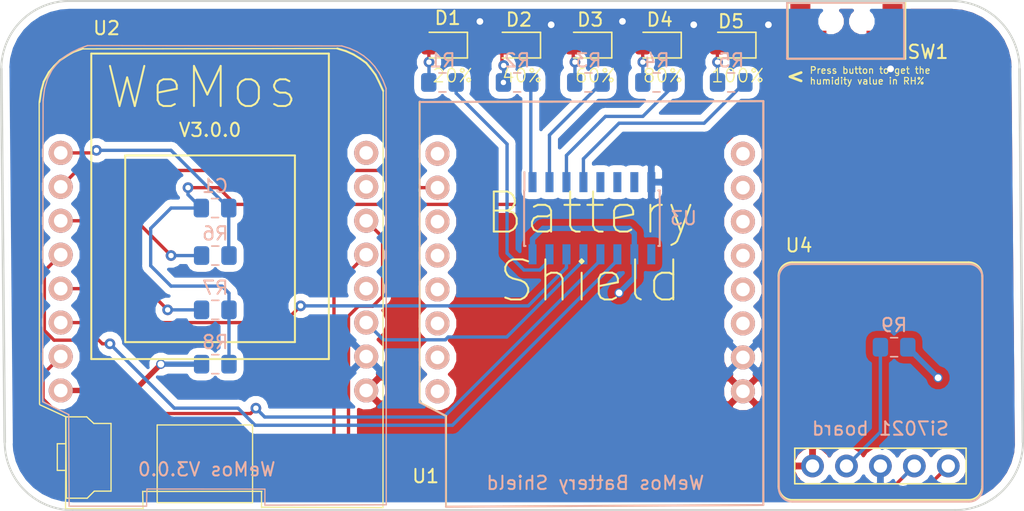
<source format=kicad_pcb>
(kicad_pcb (version 20171130) (host pcbnew "(5.0.1-3-g963ef8bb5)")

  (general
    (thickness 1.6)
    (drawings 16)
    (tracks 176)
    (zones 0)
    (modules 20)
    (nets 26)
  )

  (page A4)
  (layers
    (0 F.Cu signal)
    (31 B.Cu signal hide)
    (32 B.Adhes user)
    (33 F.Adhes user)
    (34 B.Paste user)
    (35 F.Paste user)
    (36 B.SilkS user hide)
    (37 F.SilkS user hide)
    (38 B.Mask user hide)
    (39 F.Mask user)
    (40 Dwgs.User user)
    (41 Cmts.User user)
    (42 Eco1.User user)
    (43 Eco2.User user)
    (44 Edge.Cuts user)
    (45 Margin user)
    (46 B.CrtYd user)
    (47 F.CrtYd user hide)
    (48 B.Fab user hide)
    (49 F.Fab user hide)
  )

  (setup
    (last_trace_width 0.25)
    (trace_clearance 0.2)
    (zone_clearance 0.508)
    (zone_45_only no)
    (trace_min 0.2)
    (segment_width 0.2)
    (edge_width 0.15)
    (via_size 0.8)
    (via_drill 0.4)
    (via_min_size 0.4)
    (via_min_drill 0.3)
    (uvia_size 0.3)
    (uvia_drill 0.1)
    (uvias_allowed no)
    (uvia_min_size 0.2)
    (uvia_min_drill 0.1)
    (pcb_text_width 0.3)
    (pcb_text_size 1.5 1.5)
    (mod_edge_width 0.15)
    (mod_text_size 1 1)
    (mod_text_width 0.15)
    (pad_size 1.7 1.7)
    (pad_drill 1)
    (pad_to_mask_clearance 0.051)
    (solder_mask_min_width 0.25)
    (aux_axis_origin 0 0)
    (visible_elements FFFFFFFF)
    (pcbplotparams
      (layerselection 0x010fc_ffffffff)
      (usegerberextensions false)
      (usegerberattributes false)
      (usegerberadvancedattributes false)
      (creategerberjobfile false)
      (excludeedgelayer true)
      (linewidth 0.100000)
      (plotframeref false)
      (viasonmask false)
      (mode 1)
      (useauxorigin false)
      (hpglpennumber 1)
      (hpglpenspeed 20)
      (hpglpendiameter 15.000000)
      (psnegative false)
      (psa4output false)
      (plotreference true)
      (plotvalue true)
      (plotinvisibletext false)
      (padsonsilk false)
      (subtractmaskfromsilk false)
      (outputformat 1)
      (mirror false)
      (drillshape 1)
      (scaleselection 1)
      (outputdirectory ""))
  )

  (net 0 "")
  (net 1 /RST)
  (net 2 "Net-(C1-Pad2)")
  (net 3 GND)
  (net 4 "Net-(D1-Pad2)")
  (net 5 "Net-(D2-Pad2)")
  (net 6 "Net-(D3-Pad2)")
  (net 7 "Net-(D4-Pad2)")
  (net 8 "Net-(D5-Pad2)")
  (net 9 /QA)
  (net 10 /QB)
  (net 11 /QC)
  (net 12 /QD)
  (net 13 /QE)
  (net 14 /D0)
  (net 15 /D6)
  (net 16 /3_3V)
  (net 17 VCC)
  (net 18 "Net-(R9-Pad2)")
  (net 19 /A0)
  (net 20 /D5)
  (net 21 /D7)
  (net 22 /D8)
  (net 23 /EN)
  (net 24 /I2C_SDA)
  (net 25 /I2C_SCL)

  (net_class Default "This is the default net class."
    (clearance 0.2)
    (trace_width 0.25)
    (via_dia 0.8)
    (via_drill 0.4)
    (uvia_dia 0.3)
    (uvia_drill 0.1)
    (add_net /A0)
    (add_net /D0)
    (add_net /D5)
    (add_net /D6)
    (add_net /D7)
    (add_net /D8)
    (add_net /EN)
    (add_net /I2C_SCL)
    (add_net /I2C_SDA)
    (add_net /QA)
    (add_net /QB)
    (add_net /QC)
    (add_net /QD)
    (add_net /QE)
    (add_net /RST)
    (add_net "Net-(C1-Pad2)")
    (add_net "Net-(D1-Pad2)")
    (add_net "Net-(D2-Pad2)")
    (add_net "Net-(D3-Pad2)")
    (add_net "Net-(D4-Pad2)")
    (add_net "Net-(D5-Pad2)")
    (add_net "Net-(R9-Pad2)")
  )

  (net_class Power ""
    (clearance 0.3)
    (trace_width 0.4)
    (via_dia 0.7)
    (via_drill 0.5)
    (uvia_dia 0.3)
    (uvia_drill 0.1)
    (add_net /3_3V)
    (add_net GND)
    (add_net VCC)
  )

  (module WeMos:D1_mini_board (layer F.Cu) (tedit 5C99DBFC) (tstamp 5CA2585B)
    (at 130.302 70.612)
    (path /5C9440E1)
    (fp_text reference U2 (at -8.382 -17.78) (layer F.SilkS)
      (effects (font (size 1 1) (thickness 0.15)))
    )
    (fp_text value WeMos_D1_mini (at -0.254 -17.526) (layer F.Fab)
      (effects (font (size 1 1) (thickness 0.15)))
    )
    (fp_line (start -10.8585 -16.002) (end -9.7155 -16.51) (layer F.Fab) (width 0.15))
    (fp_line (start -11.938 -15.3035) (end -10.8585 -16.002) (layer F.Fab) (width 0.15))
    (fp_line (start -12.7 -14.478) (end -11.938 -15.3035) (layer F.Fab) (width 0.15))
    (fp_line (start -13.1445 -13.589) (end -12.7 -14.478) (layer F.Fab) (width 0.15))
    (fp_line (start -13.462 -12.192) (end -13.1445 -13.589) (layer F.Fab) (width 0.15))
    (fp_line (start -13.3985 10.3505) (end -13.462 -12.192) (layer F.Fab) (width 0.15))
    (fp_line (start -12.192 10.9855) (end -13.3985 10.3505) (layer F.Fab) (width 0.15))
    (fp_line (start -12.192 18.161) (end -12.192 10.9855) (layer F.Fab) (width 0.15))
    (fp_line (start 12.2555 18.034) (end -12.192 18.161) (layer F.Fab) (width 0.15))
    (fp_line (start 12.5095 -13.1445) (end 12.2555 18.034) (layer F.Fab) (width 0.15))
    (fp_line (start 12.3825 -13.716) (end 12.5095 -13.1445) (layer F.Fab) (width 0.15))
    (fp_line (start 12.0015 -14.4145) (end 12.3825 -13.716) (layer F.Fab) (width 0.15))
    (fp_line (start 11.4935 -15.113) (end 12.0015 -14.4145) (layer F.Fab) (width 0.15))
    (fp_line (start 11.049 -15.621) (end 11.4935 -15.113) (layer F.Fab) (width 0.15))
    (fp_line (start 10.3505 -16.002) (end 11.049 -15.621) (layer F.Fab) (width 0.15))
    (fp_line (start 9.2075 -16.4465) (end 10.3505 -16.002) (layer F.Fab) (width 0.15))
    (fp_line (start -9.7155 -16.51) (end 9.2075 -16.4465) (layer F.Fab) (width 0.15))
    (fp_line (start -10.8585 -16.002) (end -10.16 -16.256) (layer F.SilkS) (width 0.15))
    (fp_line (start -11.303 -15.748) (end -10.8585 -16.002) (layer F.SilkS) (width 0.15))
    (fp_line (start -11.8745 -15.367) (end -11.303 -15.748) (layer F.SilkS) (width 0.15))
    (fp_line (start -12.319 -14.9225) (end -11.8745 -15.367) (layer F.SilkS) (width 0.15))
    (fp_line (start -12.7 -14.478) (end -12.319 -14.9225) (layer F.SilkS) (width 0.15))
    (fp_line (start -13.081 -13.7795) (end -12.7 -14.478) (layer F.SilkS) (width 0.15))
    (fp_line (start -13.2715 -13.081) (end -13.081 -13.7795) (layer F.SilkS) (width 0.15))
    (fp_line (start -13.3985 -12.2555) (end -13.2715 -13.081) (layer F.SilkS) (width 0.15))
    (fp_line (start 12.0015 -13.7795) (end 12.319 -13.081) (layer F.SilkS) (width 0.15))
    (fp_line (start 11.7475 -14.2875) (end 12.0015 -13.7795) (layer F.SilkS) (width 0.15))
    (fp_line (start 11.3665 -14.7955) (end 11.7475 -14.2875) (layer F.SilkS) (width 0.15))
    (fp_line (start 11.049 -15.1765) (end 11.3665 -14.7955) (layer F.SilkS) (width 0.15))
    (fp_line (start 10.6045 -15.494) (end 11.049 -15.1765) (layer F.SilkS) (width 0.15))
    (fp_line (start 10.0965 -15.8115) (end 10.6045 -15.494) (layer F.SilkS) (width 0.15))
    (fp_line (start 9.525 -16.0655) (end 10.0965 -15.8115) (layer F.SilkS) (width 0.15))
    (fp_line (start 8.89 -16.256) (end 9.525 -16.0655) (layer F.SilkS) (width 0.15))
    (fp_line (start -13.3985 10.3505) (end -13.423448 -12.204592) (layer F.SilkS) (width 0.1))
    (fp_line (start -13.373546 10.405604) (end -11.43 11.303) (layer F.SilkS) (width 0.1))
    (fp_line (start 12.319 -13.081) (end 12.305002 18.089151) (layer F.SilkS) (width 0.1))
    (fp_line (start -11.452472 18.182228) (end -11.422678 11.373885) (layer F.SilkS) (width 0.1))
    (fp_line (start -11.198472 17.991728) (end -5.38718 17.991728) (layer B.SilkS) (width 0.1))
    (fp_line (start 3.214397 18.071422) (end 12.295193 18.0975) (layer F.SilkS) (width 0.1))
    (fp_line (start 3.216373 18.0975) (end 3.214397 16.895247) (layer F.SilkS) (width 0.1))
    (fp_line (start -5.588 16.891) (end 3.243222 16.884312) (layer F.SilkS) (width 0.1))
    (fp_line (start -5.677831 16.877567) (end -5.6515 18.161) (layer F.SilkS) (width 0.1))
    (fp_line (start -12.068119 13.321364) (end -11.450758 13.321364) (layer F.SilkS) (width 0.1))
    (fp_line (start -12.068119 15.314558) (end -12.068119 13.321364) (layer F.SilkS) (width 0.1))
    (fp_line (start -11.41548 15.314558) (end -12.068119 15.314558) (layer F.SilkS) (width 0.1))
    (fp_line (start -11.433119 11.310531) (end -11.380202 17.395947) (layer F.SilkS) (width 0.1))
    (fp_line (start -9.863258 11.310531) (end -11.433119 11.310531) (layer F.SilkS) (width 0.1))
    (fp_line (start -9.334091 11.80442) (end -9.863258 11.310531) (layer F.SilkS) (width 0.1))
    (fp_line (start -8.046452 11.80442) (end -9.334091 11.80442) (layer F.SilkS) (width 0.1))
    (fp_line (start -8.046452 16.866781) (end -8.046452 11.80442) (layer F.SilkS) (width 0.1))
    (fp_line (start -9.298813 16.866781) (end -8.046452 16.866781) (layer F.SilkS) (width 0.1))
    (fp_line (start -9.82798 17.395947) (end -9.298813 16.866781) (layer F.SilkS) (width 0.1))
    (fp_line (start -11.380202 17.395947) (end -9.82798 17.395947) (layer F.SilkS) (width 0.1))
    (fp_line (start 8.89 -16.256) (end -10.147913 -16.227242) (layer F.SilkS) (width 0.1))
    (fp_line (start 2.54465 11.9148) (end 2.54465 17.728537) (layer F.SilkS) (width 0.1))
    (fp_line (start -4.594931 11.9148) (end 2.54465 11.9148) (layer F.SilkS) (width 0.1))
    (fp_line (start -4.594931 17.728537) (end -4.594931 11.9148) (layer F.SilkS) (width 0.1))
    (fp_line (start 2.54465 17.728537) (end -4.594931 17.728537) (layer F.SilkS) (width 0.1))
    (fp_text user "WeMos V3.0.0" (at -0.889 15.24 180) (layer B.SilkS)
      (effects (font (size 1 1) (thickness 0.15)) (justify mirror))
    )
    (fp_line (start -11.21348 11.138681) (end -11.183686 17.947024) (layer B.SilkS) (width 0.1))
    (fp_line (start -13.157026 10.177785) (end -11.21348 11.138681) (layer B.SilkS) (width 0.1))
    (fp_line (start -13.132078 -12.377307) (end -13.157026 10.177785) (layer B.SilkS) (width 0.1))
    (fp_line (start -13.016482 -13.270075) (end -13.132078 -12.377307) (layer B.SilkS) (width 0.1))
    (fp_line (start -12.788122 -14.025113) (end -13.016482 -13.270075) (layer B.SilkS) (width 0.1))
    (fp_line (start -12.460595 -14.65696) (end -12.788122 -14.025113) (layer B.SilkS) (width 0.1))
    (fp_line (start -12.047503 -15.180158) (end -12.460595 -14.65696) (layer B.SilkS) (width 0.1))
    (fp_line (start -11.562445 -15.609243) (end -12.047503 -15.180158) (layer B.SilkS) (width 0.1))
    (fp_line (start -11.019018 -15.958758) (end -11.562445 -15.609243) (layer B.SilkS) (width 0.1))
    (fp_line (start -10.430824 -16.243241) (end -11.019018 -15.958758) (layer B.SilkS) (width 0.1))
    (fp_line (start -9.81146 -16.477234) (end -10.430824 -16.243241) (layer B.SilkS) (width 0.1))
    (fp_line (start 9.226453 -16.448476) (end -9.81146 -16.477234) (layer B.SilkS) (width 0.1))
    (fp_line (start 9.82425 -16.26281) (end 9.226453 -16.448476) (layer B.SilkS) (width 0.1))
    (fp_line (start 10.36844 -16.015877) (end 9.82425 -16.26281) (layer B.SilkS) (width 0.1))
    (fp_line (start 10.859512 -15.708241) (end 10.36844 -16.015877) (layer B.SilkS) (width 0.1))
    (fp_line (start 11.297953 -15.340452) (end 10.859512 -15.708241) (layer B.SilkS) (width 0.1))
    (fp_line (start 11.684253 -14.913077) (end 11.297953 -15.340452) (layer B.SilkS) (width 0.1))
    (fp_line (start 12.018901 -14.426667) (end 11.684253 -14.913077) (layer B.SilkS) (width 0.1))
    (fp_line (start 12.302384 -13.881786) (end 12.018901 -14.426667) (layer B.SilkS) (width 0.1))
    (fp_line (start 12.535195 -13.278993) (end 12.302384 -13.881786) (layer B.SilkS) (width 0.1))
    (fp_line (start 12.549193 17.891158) (end 12.535195 -13.278993) (layer B.SilkS) (width 0.1))
    (fp_line (start 3.468397 17.917236) (end 12.549193 17.891158) (layer B.SilkS) (width 0.1))
    (fp_line (start 3.470373 16.714983) (end 3.468397 17.917236) (layer B.SilkS) (width 0.1))
    (fp_line (start -5.360849 16.708295) (end 3.470373 16.714983) (layer B.SilkS) (width 0.1))
    (fp_line (start -5.38718 17.991728) (end -5.360849 16.708295) (layer B.SilkS) (width 0.1))
    (fp_line (start -11.452472 18.182228) (end -5.64118 18.182228) (layer F.SilkS) (width 0.1))
    (fp_line (start 8.255 -15.875) (end 8.255 6.985) (layer F.SilkS) (width 0.15))
    (fp_line (start -9.525 -15.875) (end 8.255 -15.875) (layer F.SilkS) (width 0.15))
    (fp_line (start -9.525 6.985) (end -9.525 -15.875) (layer F.SilkS) (width 0.15))
    (fp_line (start 8.255 6.985) (end -9.525 6.985) (layer F.SilkS) (width 0.15))
    (fp_line (start -6.985 5.715) (end 5.715 5.715) (layer F.SilkS) (width 0.15))
    (fp_line (start -6.985 -8.255) (end -6.985 5.715) (layer F.SilkS) (width 0.15))
    (fp_line (start 5.715 -8.255) (end -6.985 -8.255) (layer F.SilkS) (width 0.15))
    (fp_line (start 5.715 5.715) (end 5.715 -8.255) (layer F.SilkS) (width 0.15))
    (fp_text user WeMos (at -1.27 -13.335 180) (layer F.SilkS)
      (effects (font (size 3 3) (thickness 0.15)))
    )
    (fp_text user V3.0.0 (at -0.635 -10.16) (layer F.SilkS)
      (effects (font (size 1 1) (thickness 0.15)))
    )
    (pad 9 thru_hole circle (at -11.811 -8.4455 180) (size 1.8 1.8) (drill 1.016) (layers *.Cu *.Mask B.SilkS)
      (net 1 /RST))
    (pad 10 thru_hole circle (at -11.811 -5.9055 180) (size 1.8 1.8) (drill 1.016) (layers *.Cu *.Mask B.SilkS)
      (net 19 /A0))
    (pad 11 thru_hole circle (at -11.811 -3.3655 180) (size 1.8 1.8) (drill 1.016) (layers *.Cu *.Mask B.SilkS)
      (net 14 /D0))
    (pad 12 thru_hole circle (at -11.811 -0.8255 180) (size 1.8 1.8) (drill 1.016) (layers *.Cu *.Mask B.SilkS)
      (net 20 /D5))
    (pad 13 thru_hole circle (at -11.811 1.7145 180) (size 1.8 1.8) (drill 1.016) (layers *.Cu *.Mask B.SilkS)
      (net 15 /D6))
    (pad 14 thru_hole circle (at -11.811 4.2545 180) (size 1.8 1.8) (drill 1.016) (layers *.Cu *.Mask B.SilkS)
      (net 21 /D7))
    (pad 15 thru_hole circle (at -11.811 6.7945 180) (size 1.8 1.8) (drill 1.016) (layers *.Cu *.Mask B.SilkS)
      (net 22 /D8))
    (pad 16 thru_hole circle (at -11.811 9.3345 180) (size 1.8 1.8) (drill 1.016) (layers *.Cu *.Mask B.SilkS)
      (net 16 /3_3V))
    (pad 1 thru_hole circle (at 11.049 9.3345 180) (size 1.8 1.8) (drill 1.016) (layers *.Cu *.Mask B.SilkS)
      (net 17 VCC))
    (pad 2 thru_hole circle (at 11.049 6.7945 180) (size 1.8 1.8) (drill 1.016) (layers *.Cu *.Mask B.SilkS)
      (net 3 GND))
    (pad 3 thru_hole circle (at 11.049 4.2545 180) (size 1.8 1.8) (drill 1.016) (layers *.Cu *.Mask B.SilkS)
      (net 23 /EN))
    (pad 4 thru_hole circle (at 11.049 1.7145 180) (size 1.8 1.8) (drill 1.016) (layers *.Cu *.Mask B.SilkS))
    (pad 5 thru_hole circle (at 11.049 -0.8255 180) (size 1.8 1.8) (drill 1.016) (layers *.Cu *.Mask B.SilkS)
      (net 24 /I2C_SDA))
    (pad 6 thru_hole circle (at 11.049 -3.3655 180) (size 1.8 1.8) (drill 1.016) (layers *.Cu *.Mask B.SilkS)
      (net 25 /I2C_SCL))
    (pad 7 thru_hole circle (at 11.049 -5.9055 180) (size 1.8 1.8) (drill 1.016) (layers *.Cu *.Mask B.SilkS))
    (pad 8 thru_hole circle (at 11.049 -8.4455 180) (size 1.8 1.8) (drill 1.016) (layers *.Cu *.Mask B.SilkS))
  )

  (module WeMos:Battery_shield (layer F.Cu) (tedit 5C99DCA1) (tstamp 5CA3C512)
    (at 158.242 73.914)
    (path /5C954F32)
    (fp_text reference U1 (at -12.446 12.446) (layer F.SilkS)
      (effects (font (size 1 1) (thickness 0.15)))
    )
    (fp_text value WeMos_Battery_Shield (at 0 -19.05) (layer F.Fab)
      (effects (font (size 1 1) (thickness 0.15)))
    )
    (fp_line (start -12.8905 -15.494) (end -12.8905 -15.5575) (layer F.Fab) (width 0.15))
    (fp_line (start -12.8905 6.9215) (end -12.8905 -15.494) (layer F.Fab) (width 0.15))
    (fp_line (start -10.922 7.9375) (end -12.8905 6.9215) (layer F.Fab) (width 0.15))
    (fp_line (start -10.922 14.732) (end -10.922 7.9375) (layer F.Fab) (width 0.15))
    (fp_line (start 12.827 14.605) (end -10.922 14.732) (layer F.Fab) (width 0.15))
    (fp_line (start 12.827 -15.621) (end 12.827 14.605) (layer F.Fab) (width 0.15))
    (fp_line (start -12.8905 -15.5575) (end 12.827 -15.621) (layer F.Fab) (width 0.15))
    (fp_line (start 12.827 -15.621) (end 12.827 14.605) (layer B.SilkS) (width 0.15))
    (fp_line (start -12.8905 -15.5575) (end 12.827 -15.621) (layer B.SilkS) (width 0.15))
    (fp_line (start -10.922 14.732) (end 12.7635 14.605) (layer B.SilkS) (width 0.15))
    (fp_text user Shield (at -0.127 -2.159 180) (layer F.SilkS)
      (effects (font (size 3 3) (thickness 0.15)))
    )
    (fp_line (start -10.95948 7.900181) (end -10.929686 14.708524) (layer B.SilkS) (width 0.1))
    (fp_line (start -12.903026 6.939285) (end -10.95948 7.900181) (layer B.SilkS) (width 0.1))
    (fp_line (start -12.878078 -15.615807) (end -12.903026 6.939285) (layer B.SilkS) (width 0.1))
    (fp_text user Battery (at -0.127 -7.239 180) (layer F.SilkS)
      (effects (font (size 3 3) (thickness 0.15)))
    )
    (fp_text user "WeMos Battery Shield" (at 0.254 12.954 180) (layer B.SilkS)
      (effects (font (size 1 1) (thickness 0.15)) (justify mirror))
    )
    (fp_line (start -12.8905 -15.5575) (end 12.827 -15.621) (layer F.SilkS) (width 0.15))
    (fp_line (start 12.827 -15.621) (end 12.827 14.605) (layer F.SilkS) (width 0.15))
    (fp_line (start 12.827 14.605) (end -10.922 14.732) (layer F.SilkS) (width 0.15))
    (fp_line (start -10.922 14.732) (end -10.922 7.9375) (layer F.SilkS) (width 0.15))
    (fp_line (start -10.922 7.9375) (end -12.8905 6.9215) (layer F.SilkS) (width 0.15))
    (fp_line (start -12.8905 6.9215) (end -12.8905 -15.5575) (layer F.SilkS) (width 0.15))
    (pad 9 thru_hole circle (at -11.557 -11.684 180) (size 1.8 1.8) (drill 1.016) (layers *.Cu *.Mask B.SilkS))
    (pad 10 thru_hole circle (at -11.557 -9.144 180) (size 1.8 1.8) (drill 1.016) (layers *.Cu *.Mask B.SilkS)
      (net 19 /A0))
    (pad 11 thru_hole circle (at -11.557 -6.604 180) (size 1.8 1.8) (drill 1.016) (layers *.Cu *.Mask B.SilkS))
    (pad 12 thru_hole circle (at -11.557 -4.064 180) (size 1.8 1.8) (drill 1.016) (layers *.Cu *.Mask B.SilkS))
    (pad 13 thru_hole circle (at -11.557 -1.524 180) (size 1.8 1.8) (drill 1.016) (layers *.Cu *.Mask B.SilkS))
    (pad 14 thru_hole circle (at -11.557 1.016 180) (size 1.8 1.8) (drill 1.016) (layers *.Cu *.Mask B.SilkS))
    (pad 15 thru_hole circle (at -11.557 3.556 180) (size 1.8 1.8) (drill 1.016) (layers *.Cu *.Mask B.SilkS))
    (pad 16 thru_hole circle (at -11.557 6.096 180) (size 1.8 1.8) (drill 1.016) (layers *.Cu *.Mask B.SilkS))
    (pad 1 thru_hole circle (at 11.303 6.096 180) (size 1.8 1.8) (drill 1.016) (layers *.Cu *.Mask B.SilkS)
      (net 17 VCC))
    (pad 2 thru_hole circle (at 11.303 3.556 180) (size 1.8 1.8) (drill 1.016) (layers *.Cu *.Mask B.SilkS)
      (net 3 GND))
    (pad 3 thru_hole circle (at 11.303 1.016 180) (size 1.8 1.8) (drill 1.016) (layers *.Cu *.Mask B.SilkS))
    (pad 4 thru_hole circle (at 11.303 -1.524 180) (size 1.8 1.8) (drill 1.016) (layers *.Cu *.Mask B.SilkS))
    (pad 5 thru_hole circle (at 11.303 -4.064 180) (size 1.8 1.8) (drill 1.016) (layers *.Cu *.Mask B.SilkS))
    (pad 6 thru_hole circle (at 11.303 -6.604 180) (size 1.8 1.8) (drill 1.016) (layers *.Cu *.Mask B.SilkS))
    (pad 7 thru_hole circle (at 11.303 -9.144 180) (size 1.8 1.8) (drill 1.016) (layers *.Cu *.Mask B.SilkS))
    (pad 8 thru_hole circle (at 11.303 -11.684 180) (size 1.8 1.8) (drill 1.016) (layers *.Cu *.Mask B.SilkS))
  )

  (module Switch_Tactile_pushbutton:Tactile_pushbutton (layer F.Cu) (tedit 5C99C65E) (tstamp 5CA3CF21)
    (at 177.292 52.324)
    (path /5C85EE0D)
    (fp_text reference SW1 (at 6.096 2.286) (layer F.SilkS)
      (effects (font (size 1 1) (thickness 0.15)))
    )
    (fp_text value SW_Push (at 7.874 0.508) (layer F.Fab)
      (effects (font (size 1 1) (thickness 0.15)))
    )
    (fp_line (start -4.445 2.921) (end -4.445 -1.397) (layer F.CrtYd) (width 0.15))
    (fp_line (start 4.445 2.921) (end -4.445 2.921) (layer F.CrtYd) (width 0.15))
    (fp_line (start 4.445 -1.397) (end 4.445 2.921) (layer F.CrtYd) (width 0.15))
    (fp_line (start -4.445 -1.397) (end 4.445 -1.397) (layer F.CrtYd) (width 0.15))
    (fp_line (start -4.445 2.794) (end -4.445 -1.397) (layer B.SilkS) (width 0.15))
    (fp_line (start 4.318 2.794) (end -4.445 2.794) (layer B.SilkS) (width 0.15))
    (fp_line (start 4.318 -1.397) (end 4.318 2.794) (layer B.SilkS) (width 0.15))
    (fp_line (start -4.445 -1.397) (end 4.318 -1.397) (layer B.SilkS) (width 0.15))
    (fp_line (start -4.4 2.8) (end -4.4 -1.4) (layer F.SilkS) (width 0.15))
    (fp_line (start 4.4 2.8) (end -4.4 2.8) (layer F.SilkS) (width 0.15))
    (fp_line (start 4.4 -1.4) (end 4.4 2.8) (layer F.SilkS) (width 0.15))
    (fp_line (start -4.4 -1.4) (end 4.4 -1.4) (layer F.SilkS) (width 0.15))
    (pad "" smd rect (at -3.45 -0.55) (size 1.5 1.5) (layers F.Cu F.Paste F.Mask))
    (pad "" np_thru_hole circle (at 1.15 0) (size 0.9 0.9) (drill 0.9) (layers *.Cu *.Mask))
    (pad 1 smd rect (at -2.1 1.3) (size 1.2 1.2) (layers F.Cu F.Paste F.Mask)
      (net 2 "Net-(C1-Pad2)"))
    (pad 2 smd rect (at 2.1 1.3) (size 1.2 1.2) (layers F.Cu F.Paste F.Mask)
      (net 3 GND))
    (pad "" np_thru_hole circle (at -1.15 0) (size 0.9 0.9) (drill 0.9) (layers *.Cu *.Mask))
    (pad "" smd rect (at 3.45 -0.55) (size 1.5 1.5) (layers F.Cu F.Paste F.Mask))
  )

  (module Si7021:Si7021_breakout_board (layer F.Cu) (tedit 5C99C0FC) (tstamp 5CA3CD06)
    (at 179.832 79.248)
    (descr "Through hole straight pin header, 1x05, 2.54mm pitch, single row")
    (tags "Through hole pin header THT 1x05 2.54mm single row")
    (path /5C97D9C5)
    (fp_text reference U4 (at -6.096 -10.16) (layer F.SilkS)
      (effects (font (size 1 1) (thickness 0.15)))
    )
    (fp_text value Si7021_breakout (at 0 2.54) (layer F.Fab) hide
      (effects (font (size 1 1) (thickness 0.15)))
    )
    (fp_arc (start -6.583883 -7.745639) (end -7.599883 -7.745639) (angle 90) (layer B.SilkS) (width 0.15))
    (fp_arc (start 6.624117 -7.745639) (end 6.624117 -8.761639) (angle 90) (layer B.SilkS) (width 0.15))
    (fp_line (start -6.583883 -8.761639) (end 6.624117 -8.761639) (layer B.SilkS) (width 0.15))
    (fp_line (start -7.599883 8.002361) (end -7.599883 -7.745639) (layer B.SilkS) (width 0.15))
    (fp_arc (start 6.624117 8.002361) (end 7.640117 8.002361) (angle 90) (layer B.SilkS) (width 0.15))
    (fp_line (start 6.624117 9.018361) (end -6.583883 9.018361) (layer B.SilkS) (width 0.15))
    (fp_line (start 7.640117 -7.745639) (end 7.640117 8.002361) (layer B.SilkS) (width 0.15))
    (fp_arc (start -6.583883 8.002361) (end -6.583883 9.018361) (angle 90) (layer B.SilkS) (width 0.15))
    (fp_line (start -7.62 -7.874) (end -7.62 7.874) (layer F.SilkS) (width 0.15))
    (fp_line (start 6.604 -8.89) (end -6.604 -8.89) (layer F.SilkS) (width 0.15))
    (fp_line (start 7.62 7.874) (end 7.62 -7.874) (layer F.SilkS) (width 0.15))
    (fp_line (start -6.604 8.89) (end 6.604 8.89) (layer F.SilkS) (width 0.15))
    (fp_arc (start -6.604 -7.874) (end -6.604 -8.89) (angle -90) (layer F.SilkS) (width 0.15))
    (fp_arc (start 6.604 7.874) (end 6.604 8.89) (angle -90) (layer F.SilkS) (width 0.15))
    (fp_arc (start -6.604 7.874) (end -7.62 7.874) (angle -90) (layer F.SilkS) (width 0.15))
    (fp_arc (start 6.604 -7.874) (end 7.62 -7.874) (angle -90) (layer F.SilkS) (width 0.15))
    (fp_line (start 6.35 5.715) (end 6.35 7.62) (layer F.Fab) (width 0.1))
    (fp_line (start 6.35 7.62) (end -6.35 7.62) (layer F.Fab) (width 0.1))
    (fp_line (start -6.35 7.62) (end -6.35 5.08) (layer F.Fab) (width 0.1))
    (fp_line (start -6.35 5.08) (end 5.715 5.08) (layer F.Fab) (width 0.1))
    (fp_line (start 5.715 5.08) (end 6.35 5.715) (layer F.Fab) (width 0.1))
    (fp_line (start -6.41 5.02) (end -6.41 7.68) (layer F.SilkS) (width 0.12))
    (fp_line (start 6.4135 5.0165) (end -6.41 5.02) (layer F.SilkS) (width 0.12))
    (fp_line (start 6.4135 7.6835) (end -6.41 7.68) (layer F.SilkS) (width 0.12))
    (fp_line (start 6.4135 5.02) (end 6.4135 7.68) (layer F.SilkS) (width 0.12))
    (fp_line (start 6.88 4.55) (end -6.87 4.55) (layer F.CrtYd) (width 0.05))
    (fp_line (start -6.87 4.55) (end -6.87 8.15) (layer F.CrtYd) (width 0.05))
    (fp_line (start -6.87 8.15) (end 6.88 8.15) (layer F.CrtYd) (width 0.05))
    (fp_line (start 6.88 8.15) (end 6.88 4.55) (layer F.CrtYd) (width 0.05))
    (fp_text user %R (at 0 6.35) (layer F.Fab)
      (effects (font (size 1 1) (thickness 0.15)))
    )
    (pad 1 thru_hole circle (at 5.08 6.35 270) (size 1.7 1.7) (drill 1) (layers *.Cu *.Mask)
      (net 24 /I2C_SDA))
    (pad 2 thru_hole oval (at 2.54 6.35 270) (size 1.7 1.7) (drill 1) (layers *.Cu *.Mask)
      (net 25 /I2C_SCL))
    (pad 3 thru_hole oval (at 0 6.35 270) (size 1.7 1.7) (drill 1) (layers *.Cu *.Mask)
      (net 3 GND))
    (pad 4 thru_hole oval (at -2.54 6.35 270) (size 1.7 1.7) (drill 1) (layers *.Cu *.Mask)
      (net 18 "Net-(R9-Pad2)"))
    (pad 5 thru_hole oval (at -5.08 6.35 270) (size 1.7 1.7) (drill 1) (layers *.Cu *.Mask)
      (net 17 VCC))
    (model ${KISYS3DMOD}/Connector_PinHeader_2.54mm.3dshapes/PinHeader_1x05_P2.54mm_Vertical.wrl
      (at (xyz 0 0 0))
      (scale (xyz 1 1 1))
      (rotate (xyz 0 0 0))
    )
  )

  (module Package_SO:SOIC-16_3.9x9.9mm_P1.27mm (layer B.Cu) (tedit 5A02F2D3) (tstamp 5C997C7A)
    (at 158.242 67.056 270)
    (descr "16-Lead Plastic Small Outline (SL) - Narrow, 3.90 mm Body [SOIC] (see Microchip Packaging Specification 00000049BS.pdf)")
    (tags "SOIC 1.27")
    (path /5C77296E)
    (attr smd)
    (fp_text reference U3 (at 0 -6.858 180) (layer B.SilkS)
      (effects (font (size 1 1) (thickness 0.15)) (justify mirror))
    )
    (fp_text value 74HC595 (at 0 -6 270) (layer B.Fab)
      (effects (font (size 1 1) (thickness 0.15)) (justify mirror))
    )
    (fp_text user %R (at 0 0.508 270) (layer B.Fab)
      (effects (font (size 0.9 0.9) (thickness 0.135)) (justify mirror))
    )
    (fp_line (start -0.95 4.95) (end 1.95 4.95) (layer B.Fab) (width 0.15))
    (fp_line (start 1.95 4.95) (end 1.95 -4.95) (layer B.Fab) (width 0.15))
    (fp_line (start 1.95 -4.95) (end -1.95 -4.95) (layer B.Fab) (width 0.15))
    (fp_line (start -1.95 -4.95) (end -1.95 3.95) (layer B.Fab) (width 0.15))
    (fp_line (start -1.95 3.95) (end -0.95 4.95) (layer B.Fab) (width 0.15))
    (fp_line (start -3.7 5.25) (end -3.7 -5.25) (layer B.CrtYd) (width 0.05))
    (fp_line (start 3.7 5.25) (end 3.7 -5.25) (layer B.CrtYd) (width 0.05))
    (fp_line (start -3.7 5.25) (end 3.7 5.25) (layer B.CrtYd) (width 0.05))
    (fp_line (start -3.7 -5.25) (end 3.7 -5.25) (layer B.CrtYd) (width 0.05))
    (fp_line (start -2.075 5.075) (end -2.075 5.05) (layer B.SilkS) (width 0.15))
    (fp_line (start 2.075 5.075) (end 2.075 4.97) (layer B.SilkS) (width 0.15))
    (fp_line (start 2.075 -5.075) (end 2.075 -4.97) (layer B.SilkS) (width 0.15))
    (fp_line (start -2.075 -5.075) (end -2.075 -4.97) (layer B.SilkS) (width 0.15))
    (fp_line (start -2.075 5.075) (end 2.075 5.075) (layer B.SilkS) (width 0.15))
    (fp_line (start -2.075 -5.075) (end 2.075 -5.075) (layer B.SilkS) (width 0.15))
    (fp_line (start -2.075 5.05) (end -3.45 5.05) (layer B.SilkS) (width 0.15))
    (pad 1 smd rect (at -2.7 4.445 270) (size 1.5 0.6) (layers B.Cu B.Paste B.Mask)
      (net 10 /QB))
    (pad 2 smd rect (at -2.7 3.175 270) (size 1.5 0.6) (layers B.Cu B.Paste B.Mask)
      (net 11 /QC))
    (pad 3 smd rect (at -2.7 1.905 270) (size 1.5 0.6) (layers B.Cu B.Paste B.Mask)
      (net 12 /QD))
    (pad 4 smd rect (at -2.7 0.635 270) (size 1.5 0.6) (layers B.Cu B.Paste B.Mask)
      (net 13 /QE))
    (pad 5 smd rect (at -2.7 -0.635 270) (size 1.5 0.6) (layers B.Cu B.Paste B.Mask))
    (pad 6 smd rect (at -2.7 -1.905 270) (size 1.5 0.6) (layers B.Cu B.Paste B.Mask))
    (pad 7 smd rect (at -2.7 -3.175 270) (size 1.5 0.6) (layers B.Cu B.Paste B.Mask))
    (pad 8 smd rect (at -2.7 -4.445 270) (size 1.5 0.6) (layers B.Cu B.Paste B.Mask)
      (net 3 GND))
    (pad 9 smd rect (at 2.7 -4.445 270) (size 1.5 0.6) (layers B.Cu B.Paste B.Mask))
    (pad 10 smd rect (at 2.7 -3.175 270) (size 1.5 0.6) (layers B.Cu B.Paste B.Mask)
      (net 17 VCC))
    (pad 11 smd rect (at 2.7 -1.905 270) (size 1.5 0.6) (layers B.Cu B.Paste B.Mask)
      (net 20 /D5))
    (pad 12 smd rect (at 2.7 -0.635 270) (size 1.5 0.6) (layers B.Cu B.Paste B.Mask)
      (net 22 /D8))
    (pad 13 smd rect (at 2.7 0.635 270) (size 1.5 0.6) (layers B.Cu B.Paste B.Mask)
      (net 23 /EN))
    (pad 14 smd rect (at 2.7 1.905 270) (size 1.5 0.6) (layers B.Cu B.Paste B.Mask)
      (net 21 /D7))
    (pad 15 smd rect (at 2.7 3.175 270) (size 1.5 0.6) (layers B.Cu B.Paste B.Mask)
      (net 9 /QA))
    (pad 16 smd rect (at 2.7 4.445 270) (size 1.5 0.6) (layers B.Cu B.Paste B.Mask)
      (net 17 VCC))
    (model ${KISYS3DMOD}/Package_SO.3dshapes/SOIC-16_3.9x9.9mm_P1.27mm.wrl
      (at (xyz 0 0 0))
      (scale (xyz 1 1 1))
      (rotate (xyz 0 0 0))
    )
  )

  (module Capacitor_SMD:C_0805_2012Metric_Pad1.15x1.40mm_HandSolder (layer B.Cu) (tedit 5B36C52B) (tstamp 5CA3CFFC)
    (at 130.039 66.294 180)
    (descr "Capacitor SMD 0805 (2012 Metric), square (rectangular) end terminal, IPC_7351 nominal with elongated pad for handsoldering. (Body size source: https://docs.google.com/spreadsheets/d/1BsfQQcO9C6DZCsRaXUlFlo91Tg2WpOkGARC1WS5S8t0/edit?usp=sharing), generated with kicad-footprint-generator")
    (tags "capacitor handsolder")
    (path /5C773EE5)
    (attr smd)
    (fp_text reference C1 (at 0 1.65 180) (layer B.SilkS)
      (effects (font (size 1 1) (thickness 0.15)) (justify mirror))
    )
    (fp_text value 10u (at 0 -1.65 180) (layer B.Fab)
      (effects (font (size 1 1) (thickness 0.15)) (justify mirror))
    )
    (fp_line (start -1 -0.6) (end -1 0.6) (layer B.Fab) (width 0.1))
    (fp_line (start -1 0.6) (end 1 0.6) (layer B.Fab) (width 0.1))
    (fp_line (start 1 0.6) (end 1 -0.6) (layer B.Fab) (width 0.1))
    (fp_line (start 1 -0.6) (end -1 -0.6) (layer B.Fab) (width 0.1))
    (fp_line (start -0.261252 0.71) (end 0.261252 0.71) (layer B.SilkS) (width 0.12))
    (fp_line (start -0.261252 -0.71) (end 0.261252 -0.71) (layer B.SilkS) (width 0.12))
    (fp_line (start -1.85 -0.95) (end -1.85 0.95) (layer B.CrtYd) (width 0.05))
    (fp_line (start -1.85 0.95) (end 1.85 0.95) (layer B.CrtYd) (width 0.05))
    (fp_line (start 1.85 0.95) (end 1.85 -0.95) (layer B.CrtYd) (width 0.05))
    (fp_line (start 1.85 -0.95) (end -1.85 -0.95) (layer B.CrtYd) (width 0.05))
    (fp_text user %R (at 0 0 180) (layer B.Fab)
      (effects (font (size 0.5 0.5) (thickness 0.08)) (justify mirror))
    )
    (pad 1 smd roundrect (at -1.025 0 180) (size 1.15 1.4) (layers B.Cu B.Paste B.Mask) (roundrect_rratio 0.217391)
      (net 1 /RST))
    (pad 2 smd roundrect (at 1.025 0 180) (size 1.15 1.4) (layers B.Cu B.Paste B.Mask) (roundrect_rratio 0.217391)
      (net 2 "Net-(C1-Pad2)"))
    (model ${KISYS3DMOD}/Capacitor_SMD.3dshapes/C_0805_2012Metric.wrl
      (at (xyz 0 0 0))
      (scale (xyz 1 1 1))
      (rotate (xyz 0 0 0))
    )
  )

  (module LED_SMD:LED_0805_2012Metric_Pad1.15x1.40mm_HandSolder (layer F.Cu) (tedit 5B4B45C9) (tstamp 5CA254B3)
    (at 147.066 54.102 180)
    (descr "LED SMD 0805 (2012 Metric), square (rectangular) end terminal, IPC_7351 nominal, (Body size source: https://docs.google.com/spreadsheets/d/1BsfQQcO9C6DZCsRaXUlFlo91Tg2WpOkGARC1WS5S8t0/edit?usp=sharing), generated with kicad-footprint-generator")
    (tags "LED handsolder")
    (path /5C862AA3)
    (attr smd)
    (fp_text reference D1 (at -0.381 2.032) (layer F.SilkS)
      (effects (font (size 1 1) (thickness 0.15)))
    )
    (fp_text value LED (at 0 1.65 180) (layer F.Fab)
      (effects (font (size 1 1) (thickness 0.15)))
    )
    (fp_line (start 1 -0.6) (end -0.7 -0.6) (layer F.Fab) (width 0.1))
    (fp_line (start -0.7 -0.6) (end -1 -0.3) (layer F.Fab) (width 0.1))
    (fp_line (start -1 -0.3) (end -1 0.6) (layer F.Fab) (width 0.1))
    (fp_line (start -1 0.6) (end 1 0.6) (layer F.Fab) (width 0.1))
    (fp_line (start 1 0.6) (end 1 -0.6) (layer F.Fab) (width 0.1))
    (fp_line (start 1 -0.96) (end -1.86 -0.96) (layer F.SilkS) (width 0.12))
    (fp_line (start -1.86 -0.96) (end -1.86 0.96) (layer F.SilkS) (width 0.12))
    (fp_line (start -1.86 0.96) (end 1 0.96) (layer F.SilkS) (width 0.12))
    (fp_line (start -1.85 0.95) (end -1.85 -0.95) (layer F.CrtYd) (width 0.05))
    (fp_line (start -1.85 -0.95) (end 1.85 -0.95) (layer F.CrtYd) (width 0.05))
    (fp_line (start 1.85 -0.95) (end 1.85 0.95) (layer F.CrtYd) (width 0.05))
    (fp_line (start 1.85 0.95) (end -1.85 0.95) (layer F.CrtYd) (width 0.05))
    (fp_text user %R (at 0 0 180) (layer F.Fab)
      (effects (font (size 0.5 0.5) (thickness 0.08)))
    )
    (pad 1 smd roundrect (at -1.025 0 180) (size 1.15 1.4) (layers F.Cu F.Paste F.Mask) (roundrect_rratio 0.217391)
      (net 3 GND))
    (pad 2 smd roundrect (at 1.025 0 180) (size 1.15 1.4) (layers F.Cu F.Paste F.Mask) (roundrect_rratio 0.217391)
      (net 4 "Net-(D1-Pad2)"))
    (model ${KISYS3DMOD}/LED_SMD.3dshapes/LED_0805_2012Metric.wrl
      (at (xyz 0 0 0))
      (scale (xyz 1 1 1))
      (rotate (xyz 0 0 0))
    )
  )

  (module LED_SMD:LED_0805_2012Metric_Pad1.15x1.40mm_HandSolder (layer F.Cu) (tedit 5B4B45C9) (tstamp 5CA254C5)
    (at 152.536 54.102 180)
    (descr "LED SMD 0805 (2012 Metric), square (rectangular) end terminal, IPC_7351 nominal, (Body size source: https://docs.google.com/spreadsheets/d/1BsfQQcO9C6DZCsRaXUlFlo91Tg2WpOkGARC1WS5S8t0/edit?usp=sharing), generated with kicad-footprint-generator")
    (tags "LED handsolder")
    (path /5C862B20)
    (attr smd)
    (fp_text reference D2 (at -0.245 1.905) (layer F.SilkS)
      (effects (font (size 1 1) (thickness 0.15)))
    )
    (fp_text value LED (at 0 1.65 180) (layer F.Fab)
      (effects (font (size 1 1) (thickness 0.15)))
    )
    (fp_text user %R (at 0 0 180) (layer F.Fab)
      (effects (font (size 0.5 0.5) (thickness 0.08)))
    )
    (fp_line (start 1.85 0.95) (end -1.85 0.95) (layer F.CrtYd) (width 0.05))
    (fp_line (start 1.85 -0.95) (end 1.85 0.95) (layer F.CrtYd) (width 0.05))
    (fp_line (start -1.85 -0.95) (end 1.85 -0.95) (layer F.CrtYd) (width 0.05))
    (fp_line (start -1.85 0.95) (end -1.85 -0.95) (layer F.CrtYd) (width 0.05))
    (fp_line (start -1.86 0.96) (end 1 0.96) (layer F.SilkS) (width 0.12))
    (fp_line (start -1.86 -0.96) (end -1.86 0.96) (layer F.SilkS) (width 0.12))
    (fp_line (start 1 -0.96) (end -1.86 -0.96) (layer F.SilkS) (width 0.12))
    (fp_line (start 1 0.6) (end 1 -0.6) (layer F.Fab) (width 0.1))
    (fp_line (start -1 0.6) (end 1 0.6) (layer F.Fab) (width 0.1))
    (fp_line (start -1 -0.3) (end -1 0.6) (layer F.Fab) (width 0.1))
    (fp_line (start -0.7 -0.6) (end -1 -0.3) (layer F.Fab) (width 0.1))
    (fp_line (start 1 -0.6) (end -0.7 -0.6) (layer F.Fab) (width 0.1))
    (pad 2 smd roundrect (at 1.025 0 180) (size 1.15 1.4) (layers F.Cu F.Paste F.Mask) (roundrect_rratio 0.217391)
      (net 5 "Net-(D2-Pad2)"))
    (pad 1 smd roundrect (at -1.025 0 180) (size 1.15 1.4) (layers F.Cu F.Paste F.Mask) (roundrect_rratio 0.217391)
      (net 3 GND))
    (model ${KISYS3DMOD}/LED_SMD.3dshapes/LED_0805_2012Metric.wrl
      (at (xyz 0 0 0))
      (scale (xyz 1 1 1))
      (rotate (xyz 0 0 0))
    )
  )

  (module LED_SMD:LED_0805_2012Metric_Pad1.15x1.40mm_HandSolder (layer F.Cu) (tedit 5B4B45C9) (tstamp 5CA254D7)
    (at 157.87 54.102 180)
    (descr "LED SMD 0805 (2012 Metric), square (rectangular) end terminal, IPC_7351 nominal, (Body size source: https://docs.google.com/spreadsheets/d/1BsfQQcO9C6DZCsRaXUlFlo91Tg2WpOkGARC1WS5S8t0/edit?usp=sharing), generated with kicad-footprint-generator")
    (tags "LED handsolder")
    (path /5C862C14)
    (attr smd)
    (fp_text reference D3 (at -0.245 1.905) (layer F.SilkS)
      (effects (font (size 1 1) (thickness 0.15)))
    )
    (fp_text value LED (at 0 1.65 180) (layer F.Fab)
      (effects (font (size 1 1) (thickness 0.15)))
    )
    (fp_line (start 1 -0.6) (end -0.7 -0.6) (layer F.Fab) (width 0.1))
    (fp_line (start -0.7 -0.6) (end -1 -0.3) (layer F.Fab) (width 0.1))
    (fp_line (start -1 -0.3) (end -1 0.6) (layer F.Fab) (width 0.1))
    (fp_line (start -1 0.6) (end 1 0.6) (layer F.Fab) (width 0.1))
    (fp_line (start 1 0.6) (end 1 -0.6) (layer F.Fab) (width 0.1))
    (fp_line (start 1 -0.96) (end -1.86 -0.96) (layer F.SilkS) (width 0.12))
    (fp_line (start -1.86 -0.96) (end -1.86 0.96) (layer F.SilkS) (width 0.12))
    (fp_line (start -1.86 0.96) (end 1 0.96) (layer F.SilkS) (width 0.12))
    (fp_line (start -1.85 0.95) (end -1.85 -0.95) (layer F.CrtYd) (width 0.05))
    (fp_line (start -1.85 -0.95) (end 1.85 -0.95) (layer F.CrtYd) (width 0.05))
    (fp_line (start 1.85 -0.95) (end 1.85 0.95) (layer F.CrtYd) (width 0.05))
    (fp_line (start 1.85 0.95) (end -1.85 0.95) (layer F.CrtYd) (width 0.05))
    (fp_text user %R (at 0 0 180) (layer F.Fab)
      (effects (font (size 0.5 0.5) (thickness 0.08)))
    )
    (pad 1 smd roundrect (at -1.025 0 180) (size 1.15 1.4) (layers F.Cu F.Paste F.Mask) (roundrect_rratio 0.217391)
      (net 3 GND))
    (pad 2 smd roundrect (at 1.025 0 180) (size 1.15 1.4) (layers F.Cu F.Paste F.Mask) (roundrect_rratio 0.217391)
      (net 6 "Net-(D3-Pad2)"))
    (model ${KISYS3DMOD}/LED_SMD.3dshapes/LED_0805_2012Metric.wrl
      (at (xyz 0 0 0))
      (scale (xyz 1 1 1))
      (rotate (xyz 0 0 0))
    )
  )

  (module LED_SMD:LED_0805_2012Metric_Pad1.15x1.40mm_HandSolder (layer F.Cu) (tedit 5B4B45C9) (tstamp 5C9A31A4)
    (at 163.068 54.102 180)
    (descr "LED SMD 0805 (2012 Metric), square (rectangular) end terminal, IPC_7351 nominal, (Body size source: https://docs.google.com/spreadsheets/d/1BsfQQcO9C6DZCsRaXUlFlo91Tg2WpOkGARC1WS5S8t0/edit?usp=sharing), generated with kicad-footprint-generator")
    (tags "LED handsolder")
    (path /5C862C76)
    (attr smd)
    (fp_text reference D4 (at -0.245 1.905) (layer F.SilkS)
      (effects (font (size 1 1) (thickness 0.15)))
    )
    (fp_text value LED (at 0 1.65 180) (layer F.Fab)
      (effects (font (size 1 1) (thickness 0.15)))
    )
    (fp_text user %R (at 0 0 180) (layer F.Fab)
      (effects (font (size 0.5 0.5) (thickness 0.08)))
    )
    (fp_line (start 1.85 0.95) (end -1.85 0.95) (layer F.CrtYd) (width 0.05))
    (fp_line (start 1.85 -0.95) (end 1.85 0.95) (layer F.CrtYd) (width 0.05))
    (fp_line (start -1.85 -0.95) (end 1.85 -0.95) (layer F.CrtYd) (width 0.05))
    (fp_line (start -1.85 0.95) (end -1.85 -0.95) (layer F.CrtYd) (width 0.05))
    (fp_line (start -1.86 0.96) (end 1 0.96) (layer F.SilkS) (width 0.12))
    (fp_line (start -1.86 -0.96) (end -1.86 0.96) (layer F.SilkS) (width 0.12))
    (fp_line (start 1 -0.96) (end -1.86 -0.96) (layer F.SilkS) (width 0.12))
    (fp_line (start 1 0.6) (end 1 -0.6) (layer F.Fab) (width 0.1))
    (fp_line (start -1 0.6) (end 1 0.6) (layer F.Fab) (width 0.1))
    (fp_line (start -1 -0.3) (end -1 0.6) (layer F.Fab) (width 0.1))
    (fp_line (start -0.7 -0.6) (end -1 -0.3) (layer F.Fab) (width 0.1))
    (fp_line (start 1 -0.6) (end -0.7 -0.6) (layer F.Fab) (width 0.1))
    (pad 2 smd roundrect (at 1.025 0 180) (size 1.15 1.4) (layers F.Cu F.Paste F.Mask) (roundrect_rratio 0.217391)
      (net 7 "Net-(D4-Pad2)"))
    (pad 1 smd roundrect (at -1.025 0 180) (size 1.15 1.4) (layers F.Cu F.Paste F.Mask) (roundrect_rratio 0.217391)
      (net 3 GND))
    (model ${KISYS3DMOD}/LED_SMD.3dshapes/LED_0805_2012Metric.wrl
      (at (xyz 0 0 0))
      (scale (xyz 1 1 1))
      (rotate (xyz 0 0 0))
    )
  )

  (module LED_SMD:LED_0805_2012Metric_Pad1.15x1.40mm_HandSolder (layer F.Cu) (tedit 5B4B45C9) (tstamp 5CA25C88)
    (at 168.656 54.102 180)
    (descr "LED SMD 0805 (2012 Metric), square (rectangular) end terminal, IPC_7351 nominal, (Body size source: https://docs.google.com/spreadsheets/d/1BsfQQcO9C6DZCsRaXUlFlo91Tg2WpOkGARC1WS5S8t0/edit?usp=sharing), generated with kicad-footprint-generator")
    (tags "LED handsolder")
    (path /5C862CE0)
    (attr smd)
    (fp_text reference D5 (at 0 1.778) (layer F.SilkS)
      (effects (font (size 1 1) (thickness 0.15)))
    )
    (fp_text value LED (at 0 1.65 180) (layer F.Fab)
      (effects (font (size 1 1) (thickness 0.15)))
    )
    (fp_line (start 1 -0.6) (end -0.7 -0.6) (layer F.Fab) (width 0.1))
    (fp_line (start -0.7 -0.6) (end -1 -0.3) (layer F.Fab) (width 0.1))
    (fp_line (start -1 -0.3) (end -1 0.6) (layer F.Fab) (width 0.1))
    (fp_line (start -1 0.6) (end 1 0.6) (layer F.Fab) (width 0.1))
    (fp_line (start 1 0.6) (end 1 -0.6) (layer F.Fab) (width 0.1))
    (fp_line (start 1 -0.96) (end -1.86 -0.96) (layer F.SilkS) (width 0.12))
    (fp_line (start -1.86 -0.96) (end -1.86 0.96) (layer F.SilkS) (width 0.12))
    (fp_line (start -1.86 0.96) (end 1 0.96) (layer F.SilkS) (width 0.12))
    (fp_line (start -1.85 0.95) (end -1.85 -0.95) (layer F.CrtYd) (width 0.05))
    (fp_line (start -1.85 -0.95) (end 1.85 -0.95) (layer F.CrtYd) (width 0.05))
    (fp_line (start 1.85 -0.95) (end 1.85 0.95) (layer F.CrtYd) (width 0.05))
    (fp_line (start 1.85 0.95) (end -1.85 0.95) (layer F.CrtYd) (width 0.05))
    (fp_text user %R (at 0 0 180) (layer F.Fab)
      (effects (font (size 0.5 0.5) (thickness 0.08)))
    )
    (pad 1 smd roundrect (at -1.025 0 180) (size 1.15 1.4) (layers F.Cu F.Paste F.Mask) (roundrect_rratio 0.217391)
      (net 3 GND))
    (pad 2 smd roundrect (at 1.025 0 180) (size 1.15 1.4) (layers F.Cu F.Paste F.Mask) (roundrect_rratio 0.217391)
      (net 8 "Net-(D5-Pad2)"))
    (model ${KISYS3DMOD}/LED_SMD.3dshapes/LED_0805_2012Metric.wrl
      (at (xyz 0 0 0))
      (scale (xyz 1 1 1))
      (rotate (xyz 0 0 0))
    )
  )

  (module Resistor_SMD:R_0805_2012Metric_Pad1.15x1.40mm_HandSolder (layer B.Cu) (tedit 5B36C52B) (tstamp 5CA2550D)
    (at 147.057 56.896 180)
    (descr "Resistor SMD 0805 (2012 Metric), square (rectangular) end terminal, IPC_7351 nominal with elongated pad for handsoldering. (Body size source: https://docs.google.com/spreadsheets/d/1BsfQQcO9C6DZCsRaXUlFlo91Tg2WpOkGARC1WS5S8t0/edit?usp=sharing), generated with kicad-footprint-generator")
    (tags "resistor handsolder")
    (path /5C871A82)
    (attr smd)
    (fp_text reference R1 (at 0 1.65 180) (layer B.SilkS)
      (effects (font (size 1 1) (thickness 0.15)) (justify mirror))
    )
    (fp_text value 1k (at 0 -1.65 180) (layer B.Fab)
      (effects (font (size 1 1) (thickness 0.15)) (justify mirror))
    )
    (fp_text user %R (at 0 0 180) (layer B.Fab)
      (effects (font (size 0.5 0.5) (thickness 0.08)) (justify mirror))
    )
    (fp_line (start 1.85 -0.95) (end -1.85 -0.95) (layer B.CrtYd) (width 0.05))
    (fp_line (start 1.85 0.95) (end 1.85 -0.95) (layer B.CrtYd) (width 0.05))
    (fp_line (start -1.85 0.95) (end 1.85 0.95) (layer B.CrtYd) (width 0.05))
    (fp_line (start -1.85 -0.95) (end -1.85 0.95) (layer B.CrtYd) (width 0.05))
    (fp_line (start -0.261252 -0.71) (end 0.261252 -0.71) (layer B.SilkS) (width 0.12))
    (fp_line (start -0.261252 0.71) (end 0.261252 0.71) (layer B.SilkS) (width 0.12))
    (fp_line (start 1 -0.6) (end -1 -0.6) (layer B.Fab) (width 0.1))
    (fp_line (start 1 0.6) (end 1 -0.6) (layer B.Fab) (width 0.1))
    (fp_line (start -1 0.6) (end 1 0.6) (layer B.Fab) (width 0.1))
    (fp_line (start -1 -0.6) (end -1 0.6) (layer B.Fab) (width 0.1))
    (pad 2 smd roundrect (at 1.025 0 180) (size 1.15 1.4) (layers B.Cu B.Paste B.Mask) (roundrect_rratio 0.217391)
      (net 4 "Net-(D1-Pad2)"))
    (pad 1 smd roundrect (at -1.025 0 180) (size 1.15 1.4) (layers B.Cu B.Paste B.Mask) (roundrect_rratio 0.217391)
      (net 9 /QA))
    (model ${KISYS3DMOD}/Resistor_SMD.3dshapes/R_0805_2012Metric.wrl
      (at (xyz 0 0 0))
      (scale (xyz 1 1 1))
      (rotate (xyz 0 0 0))
    )
  )

  (module Resistor_SMD:R_0805_2012Metric_Pad1.15x1.40mm_HandSolder (layer B.Cu) (tedit 5B36C52B) (tstamp 5CA2551D)
    (at 152.645 56.896 180)
    (descr "Resistor SMD 0805 (2012 Metric), square (rectangular) end terminal, IPC_7351 nominal with elongated pad for handsoldering. (Body size source: https://docs.google.com/spreadsheets/d/1BsfQQcO9C6DZCsRaXUlFlo91Tg2WpOkGARC1WS5S8t0/edit?usp=sharing), generated with kicad-footprint-generator")
    (tags "resistor handsolder")
    (path /5C871CA9)
    (attr smd)
    (fp_text reference R2 (at 0 1.65 180) (layer B.SilkS)
      (effects (font (size 1 1) (thickness 0.15)) (justify mirror))
    )
    (fp_text value 1k (at 0 -1.65 180) (layer B.Fab)
      (effects (font (size 1 1) (thickness 0.15)) (justify mirror))
    )
    (fp_line (start -1 -0.6) (end -1 0.6) (layer B.Fab) (width 0.1))
    (fp_line (start -1 0.6) (end 1 0.6) (layer B.Fab) (width 0.1))
    (fp_line (start 1 0.6) (end 1 -0.6) (layer B.Fab) (width 0.1))
    (fp_line (start 1 -0.6) (end -1 -0.6) (layer B.Fab) (width 0.1))
    (fp_line (start -0.261252 0.71) (end 0.261252 0.71) (layer B.SilkS) (width 0.12))
    (fp_line (start -0.261252 -0.71) (end 0.261252 -0.71) (layer B.SilkS) (width 0.12))
    (fp_line (start -1.85 -0.95) (end -1.85 0.95) (layer B.CrtYd) (width 0.05))
    (fp_line (start -1.85 0.95) (end 1.85 0.95) (layer B.CrtYd) (width 0.05))
    (fp_line (start 1.85 0.95) (end 1.85 -0.95) (layer B.CrtYd) (width 0.05))
    (fp_line (start 1.85 -0.95) (end -1.85 -0.95) (layer B.CrtYd) (width 0.05))
    (fp_text user %R (at 0 0 180) (layer B.Fab)
      (effects (font (size 0.5 0.5) (thickness 0.08)) (justify mirror))
    )
    (pad 1 smd roundrect (at -1.025 0 180) (size 1.15 1.4) (layers B.Cu B.Paste B.Mask) (roundrect_rratio 0.217391)
      (net 10 /QB))
    (pad 2 smd roundrect (at 1.025 0 180) (size 1.15 1.4) (layers B.Cu B.Paste B.Mask) (roundrect_rratio 0.217391)
      (net 5 "Net-(D2-Pad2)"))
    (model ${KISYS3DMOD}/Resistor_SMD.3dshapes/R_0805_2012Metric.wrl
      (at (xyz 0 0 0))
      (scale (xyz 1 1 1))
      (rotate (xyz 0 0 0))
    )
  )

  (module Resistor_SMD:R_0805_2012Metric_Pad1.15x1.40mm_HandSolder (layer B.Cu) (tedit 5B36C52B) (tstamp 5CA2552D)
    (at 157.979 56.896 180)
    (descr "Resistor SMD 0805 (2012 Metric), square (rectangular) end terminal, IPC_7351 nominal with elongated pad for handsoldering. (Body size source: https://docs.google.com/spreadsheets/d/1BsfQQcO9C6DZCsRaXUlFlo91Tg2WpOkGARC1WS5S8t0/edit?usp=sharing), generated with kicad-footprint-generator")
    (tags "resistor handsolder")
    (path /5C871E05)
    (attr smd)
    (fp_text reference R3 (at 0 1.65 180) (layer B.SilkS)
      (effects (font (size 1 1) (thickness 0.15)) (justify mirror))
    )
    (fp_text value 1k (at 0 -1.65 180) (layer B.Fab)
      (effects (font (size 1 1) (thickness 0.15)) (justify mirror))
    )
    (fp_text user %R (at 0 0 180) (layer B.Fab)
      (effects (font (size 0.5 0.5) (thickness 0.08)) (justify mirror))
    )
    (fp_line (start 1.85 -0.95) (end -1.85 -0.95) (layer B.CrtYd) (width 0.05))
    (fp_line (start 1.85 0.95) (end 1.85 -0.95) (layer B.CrtYd) (width 0.05))
    (fp_line (start -1.85 0.95) (end 1.85 0.95) (layer B.CrtYd) (width 0.05))
    (fp_line (start -1.85 -0.95) (end -1.85 0.95) (layer B.CrtYd) (width 0.05))
    (fp_line (start -0.261252 -0.71) (end 0.261252 -0.71) (layer B.SilkS) (width 0.12))
    (fp_line (start -0.261252 0.71) (end 0.261252 0.71) (layer B.SilkS) (width 0.12))
    (fp_line (start 1 -0.6) (end -1 -0.6) (layer B.Fab) (width 0.1))
    (fp_line (start 1 0.6) (end 1 -0.6) (layer B.Fab) (width 0.1))
    (fp_line (start -1 0.6) (end 1 0.6) (layer B.Fab) (width 0.1))
    (fp_line (start -1 -0.6) (end -1 0.6) (layer B.Fab) (width 0.1))
    (pad 2 smd roundrect (at 1.025 0 180) (size 1.15 1.4) (layers B.Cu B.Paste B.Mask) (roundrect_rratio 0.217391)
      (net 6 "Net-(D3-Pad2)"))
    (pad 1 smd roundrect (at -1.025 0 180) (size 1.15 1.4) (layers B.Cu B.Paste B.Mask) (roundrect_rratio 0.217391)
      (net 11 /QC))
    (model ${KISYS3DMOD}/Resistor_SMD.3dshapes/R_0805_2012Metric.wrl
      (at (xyz 0 0 0))
      (scale (xyz 1 1 1))
      (rotate (xyz 0 0 0))
    )
  )

  (module Resistor_SMD:R_0805_2012Metric_Pad1.15x1.40mm_HandSolder (layer B.Cu) (tedit 5B36C52B) (tstamp 5C9A3172)
    (at 163.077 56.896 180)
    (descr "Resistor SMD 0805 (2012 Metric), square (rectangular) end terminal, IPC_7351 nominal with elongated pad for handsoldering. (Body size source: https://docs.google.com/spreadsheets/d/1BsfQQcO9C6DZCsRaXUlFlo91Tg2WpOkGARC1WS5S8t0/edit?usp=sharing), generated with kicad-footprint-generator")
    (tags "resistor handsolder")
    (path /5C871EB9)
    (attr smd)
    (fp_text reference R4 (at 0 1.65 180) (layer B.SilkS)
      (effects (font (size 1 1) (thickness 0.15)) (justify mirror))
    )
    (fp_text value 1k (at 0 -1.65 180) (layer B.Fab)
      (effects (font (size 1 1) (thickness 0.15)) (justify mirror))
    )
    (fp_line (start -1 -0.6) (end -1 0.6) (layer B.Fab) (width 0.1))
    (fp_line (start -1 0.6) (end 1 0.6) (layer B.Fab) (width 0.1))
    (fp_line (start 1 0.6) (end 1 -0.6) (layer B.Fab) (width 0.1))
    (fp_line (start 1 -0.6) (end -1 -0.6) (layer B.Fab) (width 0.1))
    (fp_line (start -0.261252 0.71) (end 0.261252 0.71) (layer B.SilkS) (width 0.12))
    (fp_line (start -0.261252 -0.71) (end 0.261252 -0.71) (layer B.SilkS) (width 0.12))
    (fp_line (start -1.85 -0.95) (end -1.85 0.95) (layer B.CrtYd) (width 0.05))
    (fp_line (start -1.85 0.95) (end 1.85 0.95) (layer B.CrtYd) (width 0.05))
    (fp_line (start 1.85 0.95) (end 1.85 -0.95) (layer B.CrtYd) (width 0.05))
    (fp_line (start 1.85 -0.95) (end -1.85 -0.95) (layer B.CrtYd) (width 0.05))
    (fp_text user %R (at 0 0 180) (layer B.Fab)
      (effects (font (size 0.5 0.5) (thickness 0.08)) (justify mirror))
    )
    (pad 1 smd roundrect (at -1.025 0 180) (size 1.15 1.4) (layers B.Cu B.Paste B.Mask) (roundrect_rratio 0.217391)
      (net 12 /QD))
    (pad 2 smd roundrect (at 1.025 0 180) (size 1.15 1.4) (layers B.Cu B.Paste B.Mask) (roundrect_rratio 0.217391)
      (net 7 "Net-(D4-Pad2)"))
    (model ${KISYS3DMOD}/Resistor_SMD.3dshapes/R_0805_2012Metric.wrl
      (at (xyz 0 0 0))
      (scale (xyz 1 1 1))
      (rotate (xyz 0 0 0))
    )
  )

  (module Resistor_SMD:R_0805_2012Metric_Pad1.15x1.40mm_HandSolder (layer B.Cu) (tedit 5B36C52B) (tstamp 5CA2554D)
    (at 168.665 56.896 180)
    (descr "Resistor SMD 0805 (2012 Metric), square (rectangular) end terminal, IPC_7351 nominal with elongated pad for handsoldering. (Body size source: https://docs.google.com/spreadsheets/d/1BsfQQcO9C6DZCsRaXUlFlo91Tg2WpOkGARC1WS5S8t0/edit?usp=sharing), generated with kicad-footprint-generator")
    (tags "resistor handsolder")
    (path /5C871F77)
    (attr smd)
    (fp_text reference R5 (at 0 1.65 180) (layer B.SilkS)
      (effects (font (size 1 1) (thickness 0.15)) (justify mirror))
    )
    (fp_text value 1k (at 0 -1.65 180) (layer B.Fab)
      (effects (font (size 1 1) (thickness 0.15)) (justify mirror))
    )
    (fp_text user %R (at 0 0 180) (layer B.Fab)
      (effects (font (size 0.5 0.5) (thickness 0.08)) (justify mirror))
    )
    (fp_line (start 1.85 -0.95) (end -1.85 -0.95) (layer B.CrtYd) (width 0.05))
    (fp_line (start 1.85 0.95) (end 1.85 -0.95) (layer B.CrtYd) (width 0.05))
    (fp_line (start -1.85 0.95) (end 1.85 0.95) (layer B.CrtYd) (width 0.05))
    (fp_line (start -1.85 -0.95) (end -1.85 0.95) (layer B.CrtYd) (width 0.05))
    (fp_line (start -0.261252 -0.71) (end 0.261252 -0.71) (layer B.SilkS) (width 0.12))
    (fp_line (start -0.261252 0.71) (end 0.261252 0.71) (layer B.SilkS) (width 0.12))
    (fp_line (start 1 -0.6) (end -1 -0.6) (layer B.Fab) (width 0.1))
    (fp_line (start 1 0.6) (end 1 -0.6) (layer B.Fab) (width 0.1))
    (fp_line (start -1 0.6) (end 1 0.6) (layer B.Fab) (width 0.1))
    (fp_line (start -1 -0.6) (end -1 0.6) (layer B.Fab) (width 0.1))
    (pad 2 smd roundrect (at 1.025 0 180) (size 1.15 1.4) (layers B.Cu B.Paste B.Mask) (roundrect_rratio 0.217391)
      (net 8 "Net-(D5-Pad2)"))
    (pad 1 smd roundrect (at -1.025 0 180) (size 1.15 1.4) (layers B.Cu B.Paste B.Mask) (roundrect_rratio 0.217391)
      (net 13 /QE))
    (model ${KISYS3DMOD}/Resistor_SMD.3dshapes/R_0805_2012Metric.wrl
      (at (xyz 0 0 0))
      (scale (xyz 1 1 1))
      (rotate (xyz 0 0 0))
    )
  )

  (module Resistor_SMD:R_0805_2012Metric_Pad1.15x1.40mm_HandSolder (layer B.Cu) (tedit 5B36C52B) (tstamp 5CA3CFCC)
    (at 130.057 69.85 180)
    (descr "Resistor SMD 0805 (2012 Metric), square (rectangular) end terminal, IPC_7351 nominal with elongated pad for handsoldering. (Body size source: https://docs.google.com/spreadsheets/d/1BsfQQcO9C6DZCsRaXUlFlo91Tg2WpOkGARC1WS5S8t0/edit?usp=sharing), generated with kicad-footprint-generator")
    (tags "resistor handsolder")
    (path /5C7739E8)
    (attr smd)
    (fp_text reference R6 (at 0 1.65 180) (layer B.SilkS)
      (effects (font (size 1 1) (thickness 0.15)) (justify mirror))
    )
    (fp_text value 470 (at 0 -1.65 180) (layer B.Fab)
      (effects (font (size 1 1) (thickness 0.15)) (justify mirror))
    )
    (fp_line (start -1 -0.6) (end -1 0.6) (layer B.Fab) (width 0.1))
    (fp_line (start -1 0.6) (end 1 0.6) (layer B.Fab) (width 0.1))
    (fp_line (start 1 0.6) (end 1 -0.6) (layer B.Fab) (width 0.1))
    (fp_line (start 1 -0.6) (end -1 -0.6) (layer B.Fab) (width 0.1))
    (fp_line (start -0.261252 0.71) (end 0.261252 0.71) (layer B.SilkS) (width 0.12))
    (fp_line (start -0.261252 -0.71) (end 0.261252 -0.71) (layer B.SilkS) (width 0.12))
    (fp_line (start -1.85 -0.95) (end -1.85 0.95) (layer B.CrtYd) (width 0.05))
    (fp_line (start -1.85 0.95) (end 1.85 0.95) (layer B.CrtYd) (width 0.05))
    (fp_line (start 1.85 0.95) (end 1.85 -0.95) (layer B.CrtYd) (width 0.05))
    (fp_line (start 1.85 -0.95) (end -1.85 -0.95) (layer B.CrtYd) (width 0.05))
    (fp_text user %R (at 0 0 180) (layer B.Fab)
      (effects (font (size 0.5 0.5) (thickness 0.08)) (justify mirror))
    )
    (pad 1 smd roundrect (at -1.025 0 180) (size 1.15 1.4) (layers B.Cu B.Paste B.Mask) (roundrect_rratio 0.217391)
      (net 1 /RST))
    (pad 2 smd roundrect (at 1.025 0 180) (size 1.15 1.4) (layers B.Cu B.Paste B.Mask) (roundrect_rratio 0.217391)
      (net 14 /D0))
    (model ${KISYS3DMOD}/Resistor_SMD.3dshapes/R_0805_2012Metric.wrl
      (at (xyz 0 0 0))
      (scale (xyz 1 1 1))
      (rotate (xyz 0 0 0))
    )
  )

  (module Resistor_SMD:R_0805_2012Metric_Pad1.15x1.40mm_HandSolder (layer B.Cu) (tedit 5B36C52B) (tstamp 5CA3CF9C)
    (at 130.057 73.914 180)
    (descr "Resistor SMD 0805 (2012 Metric), square (rectangular) end terminal, IPC_7351 nominal with elongated pad for handsoldering. (Body size source: https://docs.google.com/spreadsheets/d/1BsfQQcO9C6DZCsRaXUlFlo91Tg2WpOkGARC1WS5S8t0/edit?usp=sharing), generated with kicad-footprint-generator")
    (tags "resistor handsolder")
    (path /5C773C60)
    (attr smd)
    (fp_text reference R7 (at 0 1.65 180) (layer B.SilkS)
      (effects (font (size 1 1) (thickness 0.15)) (justify mirror))
    )
    (fp_text value 1k (at 0 -1.65 180) (layer B.Fab)
      (effects (font (size 1 1) (thickness 0.15)) (justify mirror))
    )
    (fp_text user %R (at 0 0 180) (layer B.Fab)
      (effects (font (size 0.5 0.5) (thickness 0.08)) (justify mirror))
    )
    (fp_line (start 1.85 -0.95) (end -1.85 -0.95) (layer B.CrtYd) (width 0.05))
    (fp_line (start 1.85 0.95) (end 1.85 -0.95) (layer B.CrtYd) (width 0.05))
    (fp_line (start -1.85 0.95) (end 1.85 0.95) (layer B.CrtYd) (width 0.05))
    (fp_line (start -1.85 -0.95) (end -1.85 0.95) (layer B.CrtYd) (width 0.05))
    (fp_line (start -0.261252 -0.71) (end 0.261252 -0.71) (layer B.SilkS) (width 0.12))
    (fp_line (start -0.261252 0.71) (end 0.261252 0.71) (layer B.SilkS) (width 0.12))
    (fp_line (start 1 -0.6) (end -1 -0.6) (layer B.Fab) (width 0.1))
    (fp_line (start 1 0.6) (end 1 -0.6) (layer B.Fab) (width 0.1))
    (fp_line (start -1 0.6) (end 1 0.6) (layer B.Fab) (width 0.1))
    (fp_line (start -1 -0.6) (end -1 0.6) (layer B.Fab) (width 0.1))
    (pad 2 smd roundrect (at 1.025 0 180) (size 1.15 1.4) (layers B.Cu B.Paste B.Mask) (roundrect_rratio 0.217391)
      (net 15 /D6))
    (pad 1 smd roundrect (at -1.025 0 180) (size 1.15 1.4) (layers B.Cu B.Paste B.Mask) (roundrect_rratio 0.217391)
      (net 2 "Net-(C1-Pad2)"))
    (model ${KISYS3DMOD}/Resistor_SMD.3dshapes/R_0805_2012Metric.wrl
      (at (xyz 0 0 0))
      (scale (xyz 1 1 1))
      (rotate (xyz 0 0 0))
    )
  )

  (module Resistor_SMD:R_0805_2012Metric_Pad1.15x1.40mm_HandSolder (layer B.Cu) (tedit 5B36C52B) (tstamp 5CA3CF6C)
    (at 130.057 77.978 180)
    (descr "Resistor SMD 0805 (2012 Metric), square (rectangular) end terminal, IPC_7351 nominal with elongated pad for handsoldering. (Body size source: https://docs.google.com/spreadsheets/d/1BsfQQcO9C6DZCsRaXUlFlo91Tg2WpOkGARC1WS5S8t0/edit?usp=sharing), generated with kicad-footprint-generator")
    (tags "resistor handsolder")
    (path /5C773D83)
    (attr smd)
    (fp_text reference R8 (at 0 1.65 180) (layer B.SilkS)
      (effects (font (size 1 1) (thickness 0.15)) (justify mirror))
    )
    (fp_text value 10k (at 0 -1.65 180) (layer B.Fab)
      (effects (font (size 1 1) (thickness 0.15)) (justify mirror))
    )
    (fp_line (start -1 -0.6) (end -1 0.6) (layer B.Fab) (width 0.1))
    (fp_line (start -1 0.6) (end 1 0.6) (layer B.Fab) (width 0.1))
    (fp_line (start 1 0.6) (end 1 -0.6) (layer B.Fab) (width 0.1))
    (fp_line (start 1 -0.6) (end -1 -0.6) (layer B.Fab) (width 0.1))
    (fp_line (start -0.261252 0.71) (end 0.261252 0.71) (layer B.SilkS) (width 0.12))
    (fp_line (start -0.261252 -0.71) (end 0.261252 -0.71) (layer B.SilkS) (width 0.12))
    (fp_line (start -1.85 -0.95) (end -1.85 0.95) (layer B.CrtYd) (width 0.05))
    (fp_line (start -1.85 0.95) (end 1.85 0.95) (layer B.CrtYd) (width 0.05))
    (fp_line (start 1.85 0.95) (end 1.85 -0.95) (layer B.CrtYd) (width 0.05))
    (fp_line (start 1.85 -0.95) (end -1.85 -0.95) (layer B.CrtYd) (width 0.05))
    (fp_text user %R (at 0 0 180) (layer B.Fab)
      (effects (font (size 0.5 0.5) (thickness 0.08)) (justify mirror))
    )
    (pad 1 smd roundrect (at -1.025 0 180) (size 1.15 1.4) (layers B.Cu B.Paste B.Mask) (roundrect_rratio 0.217391)
      (net 2 "Net-(C1-Pad2)"))
    (pad 2 smd roundrect (at 1.025 0 180) (size 1.15 1.4) (layers B.Cu B.Paste B.Mask) (roundrect_rratio 0.217391)
      (net 16 /3_3V))
    (model ${KISYS3DMOD}/Resistor_SMD.3dshapes/R_0805_2012Metric.wrl
      (at (xyz 0 0 0))
      (scale (xyz 1 1 1))
      (rotate (xyz 0 0 0))
    )
  )

  (module Resistor_SMD:R_0805_2012Metric_Pad1.15x1.40mm_HandSolder (layer B.Cu) (tedit 5B36C52B) (tstamp 5C98B150)
    (at 180.857 76.708 180)
    (descr "Resistor SMD 0805 (2012 Metric), square (rectangular) end terminal, IPC_7351 nominal with elongated pad for handsoldering. (Body size source: https://docs.google.com/spreadsheets/d/1BsfQQcO9C6DZCsRaXUlFlo91Tg2WpOkGARC1WS5S8t0/edit?usp=sharing), generated with kicad-footprint-generator")
    (tags "resistor handsolder")
    (path /5C9E0F92)
    (attr smd)
    (fp_text reference R9 (at 0 1.65 180) (layer B.SilkS)
      (effects (font (size 1 1) (thickness 0.15)) (justify mirror))
    )
    (fp_text value 0ohm (at 0 -1.65 180) (layer B.Fab)
      (effects (font (size 1 1) (thickness 0.15)) (justify mirror))
    )
    (fp_line (start -1 -0.6) (end -1 0.6) (layer B.Fab) (width 0.1))
    (fp_line (start -1 0.6) (end 1 0.6) (layer B.Fab) (width 0.1))
    (fp_line (start 1 0.6) (end 1 -0.6) (layer B.Fab) (width 0.1))
    (fp_line (start 1 -0.6) (end -1 -0.6) (layer B.Fab) (width 0.1))
    (fp_line (start -0.261252 0.71) (end 0.261252 0.71) (layer B.SilkS) (width 0.12))
    (fp_line (start -0.261252 -0.71) (end 0.261252 -0.71) (layer B.SilkS) (width 0.12))
    (fp_line (start -1.85 -0.95) (end -1.85 0.95) (layer B.CrtYd) (width 0.05))
    (fp_line (start -1.85 0.95) (end 1.85 0.95) (layer B.CrtYd) (width 0.05))
    (fp_line (start 1.85 0.95) (end 1.85 -0.95) (layer B.CrtYd) (width 0.05))
    (fp_line (start 1.85 -0.95) (end -1.85 -0.95) (layer B.CrtYd) (width 0.05))
    (fp_text user %R (at 0 0 180) (layer B.Fab)
      (effects (font (size 0.5 0.5) (thickness 0.08)) (justify mirror))
    )
    (pad 1 smd roundrect (at -1.025 0 180) (size 1.15 1.4) (layers B.Cu B.Paste B.Mask) (roundrect_rratio 0.217391)
      (net 17 VCC))
    (pad 2 smd roundrect (at 1.025 0 180) (size 1.15 1.4) (layers B.Cu B.Paste B.Mask) (roundrect_rratio 0.217391)
      (net 18 "Net-(R9-Pad2)"))
    (model ${KISYS3DMOD}/Resistor_SMD.3dshapes/R_0805_2012Metric.wrl
      (at (xyz 0 0 0))
      (scale (xyz 1 1 1))
      (rotate (xyz 0 0 0))
    )
  )

  (gr_text "Si7021 board" (at 179.832 82.804) (layer B.SilkS)
    (effects (font (size 1 1) (thickness 0.15)) (justify mirror))
  )
  (gr_text < (at 173.482 56.388) (layer F.SilkS)
    (effects (font (size 1.1 1.1) (thickness 0.2)))
  )
  (gr_text "Press button to get the\nhumidity value in RH%" (at 174.498 56.388) (layer F.SilkS)
    (effects (font (size 0.5 0.5) (thickness 0.08)) (justify left))
  )
  (gr_text 100% (at 169.164 56.388) (layer F.SilkS) (tstamp 5C9A14DF)
    (effects (font (size 1 1) (thickness 0.1)))
  )
  (gr_text 80% (at 163.576 56.388) (layer F.SilkS) (tstamp 5C9A14DA)
    (effects (font (size 1 1) (thickness 0.1)))
  )
  (gr_text 60% (at 158.496 56.388) (layer F.SilkS) (tstamp 5C9A14D5)
    (effects (font (size 1 1) (thickness 0.1)))
  )
  (gr_text 40% (at 153.035 56.388) (layer F.SilkS) (tstamp 5C9A1197)
    (effects (font (size 1 1) (thickness 0.1)))
  )
  (gr_text 20% (at 147.828 56.388) (layer F.SilkS)
    (effects (font (size 1 1) (thickness 0.1)))
  )
  (gr_line (start 190.246 55.88) (end 190.5 83.82) (layer Edge.Cuts) (width 0.2))
  (gr_line (start 114.046 55.88) (end 114.3 83.82) (layer Edge.Cuts) (width 0.2))
  (gr_line (start 119.38 88.9) (end 185.42 88.9) (layer Edge.Cuts) (width 0.15) (tstamp 5CA3CF5A))
  (gr_arc (start 119.38 83.82) (end 114.3 83.82) (angle -90) (layer Edge.Cuts) (width 0.15) (tstamp 5CA3CCB6))
  (gr_line (start 119.126 50.8) (end 185.166 50.8) (layer Edge.Cuts) (width 0.15) (tstamp 5C9A0B37))
  (gr_arc (start 185.166 55.88) (end 190.246 55.88) (angle -90) (layer Edge.Cuts) (width 0.15))
  (gr_arc (start 185.42 83.82) (end 185.42 88.9) (angle -90) (layer Edge.Cuts) (width 0.15) (tstamp 5CA3CF54))
  (gr_arc (start 119.126 55.88) (end 119.126 50.8) (angle -90) (layer Edge.Cuts) (width 0.15))

  (segment (start 131.064 69.832) (end 131.082 69.85) (width 0.25) (layer B.Cu) (net 1))
  (segment (start 131.064 66.294) (end 131.064 69.832) (width 0.25) (layer B.Cu) (net 1))
  (via (at 121.158 61.976) (size 0.8) (drill 0.4) (layers F.Cu B.Cu) (net 1))
  (segment (start 120.9675 62.1665) (end 121.158 61.976) (width 0.25) (layer F.Cu) (net 1))
  (segment (start 118.491 62.1665) (end 120.9675 62.1665) (width 0.25) (layer F.Cu) (net 1))
  (segment (start 126.746 61.976) (end 131.064 66.294) (width 0.25) (layer B.Cu) (net 1))
  (segment (start 121.158 61.976) (end 126.746 61.976) (width 0.25) (layer B.Cu) (net 1))
  (segment (start 131.082 73.914) (end 131.082 77.978) (width 0.25) (layer B.Cu) (net 2))
  (segment (start 175.192 54.474) (end 163.644501 66.021499) (width 0.25) (layer F.Cu) (net 2))
  (segment (start 175.192 53.624) (end 175.192 54.474) (width 0.25) (layer F.Cu) (net 2))
  (segment (start 131.082 72.662) (end 131.082 73.914) (width 0.25) (layer B.Cu) (net 2))
  (segment (start 130.556 72.136) (end 131.082 72.662) (width 0.25) (layer B.Cu) (net 2))
  (segment (start 126.746 72.136) (end 130.556 72.136) (width 0.25) (layer B.Cu) (net 2))
  (segment (start 125.222 67.818) (end 125.222 70.612) (width 0.25) (layer B.Cu) (net 2))
  (segment (start 125.222 70.612) (end 126.746 72.136) (width 0.25) (layer B.Cu) (net 2))
  (segment (start 126.746 66.294) (end 125.222 67.818) (width 0.25) (layer B.Cu) (net 2))
  (segment (start 129.014 66.294) (end 126.746 66.294) (width 0.25) (layer B.Cu) (net 2))
  (segment (start 163.644501 66.021499) (end 134.601499 66.021499) (width 0.25) (layer F.Cu) (net 2))
  (segment (start 134.601499 66.021499) (end 131.553499 66.021499) (width 0.25) (layer F.Cu) (net 2))
  (segment (start 131.553499 66.021499) (end 130.302 64.77) (width 0.25) (layer F.Cu) (net 2))
  (segment (start 130.302 64.77) (end 128.016 64.77) (width 0.25) (layer F.Cu) (net 2))
  (via (at 128.016 64.77) (size 0.8) (drill 0.4) (layers F.Cu B.Cu) (net 2))
  (segment (start 128.016 65.296) (end 129.014 66.294) (width 0.25) (layer B.Cu) (net 2))
  (segment (start 128.016 64.77) (end 128.016 65.296) (width 0.25) (layer B.Cu) (net 2))
  (segment (start 179.392 54.678) (end 180.594 55.88) (width 0.4) (layer F.Cu) (net 3))
  (via (at 180.594 55.88) (size 0.7) (drill 0.5) (layers F.Cu B.Cu) (net 3))
  (segment (start 179.392 53.624) (end 179.392 54.678) (width 0.4) (layer F.Cu) (net 3))
  (via (at 171.45 52.578) (size 0.7) (drill 0.5) (layers F.Cu B.Cu) (net 3))
  (segment (start 169.926 54.102) (end 171.45 52.578) (width 0.4) (layer F.Cu) (net 3))
  (segment (start 169.681 54.102) (end 169.926 54.102) (width 0.4) (layer F.Cu) (net 3))
  (segment (start 164.768 54.102) (end 165.862 53.008) (width 0.4) (layer F.Cu) (net 3))
  (segment (start 164.093 54.102) (end 164.768 54.102) (width 0.4) (layer F.Cu) (net 3))
  (segment (start 165.862 53.008) (end 165.862 52.578) (width 0.4) (layer F.Cu) (net 3))
  (via (at 165.862 52.578) (size 0.7) (drill 0.5) (layers F.Cu B.Cu) (net 3))
  (segment (start 159.57 54.102) (end 160.528 53.144) (width 0.4) (layer F.Cu) (net 3))
  (segment (start 158.895 54.102) (end 159.57 54.102) (width 0.4) (layer F.Cu) (net 3))
  (via (at 160.528 52.324) (size 0.7) (drill 0.5) (layers F.Cu B.Cu) (net 3))
  (segment (start 160.528 53.144) (end 160.528 52.324) (width 0.4) (layer F.Cu) (net 3))
  (segment (start 148.091 54.102) (end 149.86 52.333) (width 0.4) (layer F.Cu) (net 3))
  (via (at 149.86 52.333) (size 0.7) (drill 0.5) (layers F.Cu B.Cu) (net 3))
  (segment (start 154.236 54.102) (end 155.194 53.144) (width 0.4) (layer F.Cu) (net 3))
  (segment (start 153.561 54.102) (end 154.236 54.102) (width 0.4) (layer F.Cu) (net 3))
  (segment (start 155.194 53.144) (end 155.194 52.578) (width 0.4) (layer F.Cu) (net 3))
  (via (at 155.194 52.578) (size 0.7) (drill 0.5) (layers F.Cu B.Cu) (net 3))
  (via (at 146.05 55.372) (size 0.8) (drill 0.4) (layers F.Cu B.Cu) (net 4))
  (segment (start 146.041 55.363) (end 146.05 55.372) (width 0.25) (layer F.Cu) (net 4))
  (segment (start 146.041 54.102) (end 146.041 55.363) (width 0.25) (layer F.Cu) (net 4))
  (segment (start 146.05 56.878) (end 146.032 56.896) (width 0.25) (layer B.Cu) (net 4))
  (segment (start 146.05 55.372) (end 146.05 56.878) (width 0.25) (layer B.Cu) (net 4))
  (via (at 151.638 55.626) (size 0.8) (drill 0.4) (layers F.Cu B.Cu) (net 5))
  (segment (start 151.511 55.499) (end 151.638 55.626) (width 0.25) (layer F.Cu) (net 5))
  (segment (start 151.511 54.102) (end 151.511 55.499) (width 0.25) (layer F.Cu) (net 5))
  (via (at 151.62 56.896) (size 0.8) (drill 0.4) (layers F.Cu B.Cu) (net 5))
  (segment (start 151.638 56.878) (end 151.62 56.896) (width 0.25) (layer B.Cu) (net 5))
  (segment (start 151.638 55.626) (end 151.638 56.878) (width 0.25) (layer B.Cu) (net 5))
  (via (at 156.972 55.372) (size 0.8) (drill 0.4) (layers F.Cu B.Cu) (net 6))
  (segment (start 156.845 55.245) (end 156.972 55.372) (width 0.25) (layer F.Cu) (net 6))
  (segment (start 156.845 54.102) (end 156.845 55.245) (width 0.25) (layer F.Cu) (net 6))
  (segment (start 156.972 56.878) (end 156.954 56.896) (width 0.25) (layer B.Cu) (net 6))
  (segment (start 156.972 55.372) (end 156.972 56.878) (width 0.25) (layer B.Cu) (net 6))
  (via (at 162.052 55.372) (size 0.8) (drill 0.4) (layers F.Cu B.Cu) (net 7))
  (segment (start 162.043 55.363) (end 162.052 55.372) (width 0.25) (layer F.Cu) (net 7))
  (segment (start 162.043 54.102) (end 162.043 55.363) (width 0.25) (layer F.Cu) (net 7))
  (segment (start 162.052 55.372) (end 162.052 56.896) (width 0.25) (layer B.Cu) (net 7))
  (via (at 167.64 55.372) (size 0.8) (drill 0.4) (layers F.Cu B.Cu) (net 8))
  (segment (start 167.631 55.363) (end 167.64 55.372) (width 0.25) (layer F.Cu) (net 8))
  (segment (start 167.631 54.102) (end 167.631 55.363) (width 0.25) (layer F.Cu) (net 8))
  (segment (start 167.64 55.372) (end 167.64 56.896) (width 0.25) (layer B.Cu) (net 8))
  (segment (start 155.067 69.306) (end 155.067 69.756) (width 0.25) (layer B.Cu) (net 9))
  (segment (start 155.067 70.206) (end 155.067 69.756) (width 0.25) (layer B.Cu) (net 9))
  (segment (start 154.341999 70.931001) (end 155.067 70.206) (width 0.25) (layer B.Cu) (net 9))
  (segment (start 153.156999 70.931001) (end 154.341999 70.931001) (width 0.25) (layer B.Cu) (net 9))
  (segment (start 151.892 61.506) (end 151.892 69.666002) (width 0.25) (layer B.Cu) (net 9))
  (segment (start 151.892 69.666002) (end 153.156999 70.931001) (width 0.25) (layer B.Cu) (net 9))
  (segment (start 148.082 57.696) (end 151.892 61.506) (width 0.25) (layer B.Cu) (net 9))
  (segment (start 148.082 56.896) (end 148.082 57.696) (width 0.25) (layer B.Cu) (net 9))
  (segment (start 153.67 64.229) (end 153.797 64.356) (width 0.25) (layer B.Cu) (net 10))
  (segment (start 153.67 56.896) (end 153.67 64.229) (width 0.25) (layer B.Cu) (net 10))
  (segment (start 155.067 60.833) (end 155.067 64.356) (width 0.25) (layer B.Cu) (net 11))
  (segment (start 159.004 56.896) (end 155.067 60.833) (width 0.25) (layer B.Cu) (net 11))
  (segment (start 159.258 59.436) (end 156.337 62.357) (width 0.25) (layer B.Cu) (net 12))
  (segment (start 162.052 59.436) (end 159.258 59.436) (width 0.25) (layer B.Cu) (net 12))
  (segment (start 156.337 62.357) (end 156.337 64.356) (width 0.25) (layer B.Cu) (net 12))
  (segment (start 164.084 57.404) (end 162.052 59.436) (width 0.25) (layer B.Cu) (net 12))
  (segment (start 157.607 62.611) (end 157.607 64.356) (width 0.25) (layer B.Cu) (net 13))
  (segment (start 166.642 59.944) (end 160.274 59.944) (width 0.25) (layer B.Cu) (net 13))
  (segment (start 160.274 59.944) (end 157.607 62.611) (width 0.25) (layer B.Cu) (net 13))
  (segment (start 169.69 56.896) (end 166.642 59.944) (width 0.25) (layer B.Cu) (net 13))
  (via (at 126.746 69.85) (size 0.8) (drill 0.4) (layers F.Cu B.Cu) (net 14))
  (segment (start 124.1425 67.2465) (end 126.746 69.85) (width 0.25) (layer F.Cu) (net 14))
  (segment (start 118.491 67.2465) (end 124.1425 67.2465) (width 0.25) (layer F.Cu) (net 14))
  (segment (start 126.746 69.85) (end 129.032 69.85) (width 0.25) (layer B.Cu) (net 14))
  (via (at 126.492 73.914) (size 0.8) (drill 0.4) (layers F.Cu B.Cu) (net 15))
  (segment (start 124.9045 72.3265) (end 126.492 73.914) (width 0.25) (layer F.Cu) (net 15))
  (segment (start 118.491 72.3265) (end 124.9045 72.3265) (width 0.25) (layer F.Cu) (net 15))
  (segment (start 126.492 73.914) (end 129.032 73.914) (width 0.25) (layer B.Cu) (net 15))
  (via (at 125.984 77.978) (size 0.7) (drill 0.5) (layers F.Cu B.Cu) (net 16))
  (segment (start 124.0155 79.9465) (end 125.984 77.978) (width 0.4) (layer F.Cu) (net 16))
  (segment (start 118.491 79.9465) (end 124.0155 79.9465) (width 0.4) (layer F.Cu) (net 16))
  (segment (start 125.984 77.978) (end 129.032 77.978) (width 0.4) (layer B.Cu) (net 16))
  (segment (start 182.505372 77.331372) (end 182.505372 77.349372) (width 0.4) (layer B.Cu) (net 17))
  (segment (start 181.882 76.708) (end 182.505372 77.331372) (width 0.4) (layer B.Cu) (net 17))
  (segment (start 181.882 76.726) (end 184.15 78.994) (width 0.4) (layer B.Cu) (net 17))
  (via (at 184.15 78.994) (size 0.7) (drill 0.5) (layers F.Cu B.Cu) (net 17))
  (segment (start 181.882 76.708) (end 181.882 76.726) (width 0.4) (layer B.Cu) (net 17))
  (segment (start 161.417 69.756) (end 161.417 71.501) (width 0.4) (layer B.Cu) (net 17))
  (segment (start 161.417 71.501) (end 160.274 72.644) (width 0.4) (layer B.Cu) (net 17))
  (via (at 160.274 72.644) (size 0.7) (drill 0.5) (layers F.Cu B.Cu) (net 17))
  (segment (start 153.797 68.606) (end 154.585 67.818) (width 0.4) (layer B.Cu) (net 17))
  (segment (start 153.797 69.756) (end 153.797 68.606) (width 0.4) (layer B.Cu) (net 17))
  (segment (start 154.585 67.818) (end 161.036 67.818) (width 0.4) (layer B.Cu) (net 17))
  (segment (start 161.417 68.199) (end 161.417 69.756) (width 0.4) (layer B.Cu) (net 17))
  (segment (start 161.036 67.818) (end 161.417 68.199) (width 0.4) (layer B.Cu) (net 17))
  (segment (start 179.832 83.058) (end 177.292 85.598) (width 0.25) (layer B.Cu) (net 18))
  (segment (start 179.832 76.708) (end 179.832 83.058) (width 0.25) (layer B.Cu) (net 18))
  (segment (start 144.123707 63.481499) (end 119.716001 63.481499) (width 0.25) (layer F.Cu) (net 19))
  (segment (start 119.716001 63.481499) (end 119.390999 63.806501) (width 0.25) (layer F.Cu) (net 19))
  (segment (start 145.412208 64.77) (end 144.123707 63.481499) (width 0.25) (layer F.Cu) (net 19))
  (segment (start 119.390999 63.806501) (end 118.491 64.7065) (width 0.25) (layer F.Cu) (net 19))
  (segment (start 146.685 64.77) (end 145.412208 64.77) (width 0.25) (layer F.Cu) (net 19))
  (via (at 122.174 76.454) (size 0.8) (drill 0.4) (layers F.Cu B.Cu) (net 20))
  (segment (start 117.591001 70.686499) (end 118.491 69.7865) (width 0.25) (layer F.Cu) (net 20))
  (segment (start 117.265999 71.011501) (end 117.591001 70.686499) (width 0.25) (layer F.Cu) (net 20))
  (segment (start 117.265999 75.454501) (end 117.265999 71.011501) (width 0.25) (layer F.Cu) (net 20))
  (segment (start 117.992997 76.181499) (end 117.265999 75.454501) (width 0.25) (layer F.Cu) (net 20))
  (segment (start 121.335814 76.181499) (end 117.992997 76.181499) (width 0.25) (layer F.Cu) (net 20))
  (segment (start 121.608315 76.454) (end 121.335814 76.181499) (width 0.25) (layer F.Cu) (net 20))
  (segment (start 122.174 76.454) (end 121.608315 76.454) (width 0.25) (layer F.Cu) (net 20))
  (segment (start 126.991501 81.271501) (end 122.573999 76.853999) (width 0.25) (layer B.Cu) (net 20))
  (segment (start 160.147 69.756) (end 160.147 70.206) (width 0.25) (layer B.Cu) (net 20))
  (segment (start 160.147 70.206) (end 147.803 82.55) (width 0.25) (layer B.Cu) (net 20))
  (segment (start 133.038998 82.55) (end 131.760499 81.271501) (width 0.25) (layer B.Cu) (net 20))
  (segment (start 122.573999 76.853999) (end 122.174 76.454) (width 0.25) (layer B.Cu) (net 20))
  (segment (start 131.760499 81.271501) (end 126.991501 81.271501) (width 0.25) (layer B.Cu) (net 20))
  (segment (start 147.803 82.55) (end 133.038998 82.55) (width 0.25) (layer B.Cu) (net 20))
  (via (at 136.442999 73.615001) (size 0.8) (drill 0.4) (layers F.Cu B.Cu) (net 21))
  (segment (start 135.1915 74.8665) (end 118.491 74.8665) (width 0.25) (layer F.Cu) (net 21))
  (segment (start 136.442999 73.615001) (end 135.1915 74.8665) (width 0.25) (layer F.Cu) (net 21))
  (segment (start 156.337 70.756) (end 153.477999 73.615001) (width 0.25) (layer B.Cu) (net 21))
  (segment (start 156.337 69.756) (end 156.337 70.756) (width 0.25) (layer B.Cu) (net 21))
  (segment (start 153.477999 73.615001) (end 136.442999 73.615001) (width 0.25) (layer B.Cu) (net 21))
  (via (at 133.096 81.271499) (size 0.8) (drill 0.4) (layers F.Cu B.Cu) (net 22))
  (segment (start 118.491 77.4065) (end 117.165999 78.731501) (width 0.25) (layer F.Cu) (net 22))
  (segment (start 158.877 70.206) (end 147.149001 81.933999) (width 0.25) (layer B.Cu) (net 22))
  (segment (start 117.165999 78.731501) (end 117.165999 80.582501) (width 0.25) (layer F.Cu) (net 22))
  (segment (start 133.7585 81.933999) (end 133.495999 81.671498) (width 0.25) (layer B.Cu) (net 22))
  (segment (start 132.696001 81.671498) (end 133.096 81.271499) (width 0.25) (layer F.Cu) (net 22))
  (segment (start 117.165999 80.582501) (end 118.254996 81.671498) (width 0.25) (layer F.Cu) (net 22))
  (segment (start 118.254996 81.671498) (end 132.696001 81.671498) (width 0.25) (layer F.Cu) (net 22))
  (segment (start 158.877 69.756) (end 158.877 70.206) (width 0.25) (layer B.Cu) (net 22))
  (segment (start 147.149001 81.933999) (end 133.7585 81.933999) (width 0.25) (layer B.Cu) (net 22))
  (segment (start 133.495999 81.671498) (end 133.096 81.271499) (width 0.25) (layer B.Cu) (net 22))
  (segment (start 142.250999 75.766499) (end 141.351 74.8665) (width 0.25) (layer B.Cu) (net 23))
  (segment (start 142.639501 76.155001) (end 142.250999 75.766499) (width 0.25) (layer B.Cu) (net 23))
  (segment (start 147.273001 76.155001) (end 142.639501 76.155001) (width 0.25) (layer B.Cu) (net 23))
  (segment (start 157.607 70.206) (end 151.867 75.946) (width 0.25) (layer B.Cu) (net 23))
  (segment (start 151.867 75.946) (end 147.482002 75.946) (width 0.25) (layer B.Cu) (net 23))
  (segment (start 147.482002 75.946) (end 147.273001 76.155001) (width 0.25) (layer B.Cu) (net 23))
  (segment (start 157.607 69.756) (end 157.607 70.206) (width 0.25) (layer B.Cu) (net 23))
  (segment (start 184.062001 86.447999) (end 184.912 85.598) (width 0.25) (layer F.Cu) (net 24))
  (segment (start 138.938 72.1995) (end 141.351 69.7865) (width 0.25) (layer F.Cu) (net 24))
  (segment (start 138.938 87.122) (end 138.938 72.1995) (width 0.25) (layer F.Cu) (net 24))
  (segment (start 139.954 88.138) (end 138.938 87.122) (width 0.25) (layer F.Cu) (net 24))
  (segment (start 182.372 88.138) (end 139.954 88.138) (width 0.25) (layer F.Cu) (net 24))
  (segment (start 184.912 85.598) (end 182.372 88.138) (width 0.25) (layer F.Cu) (net 24))
  (segment (start 181.522001 86.447999) (end 182.372 85.598) (width 0.25) (layer B.Cu) (net 25))
  (segment (start 142.250999 68.146499) (end 141.351 67.2465) (width 0.25) (layer F.Cu) (net 25))
  (segment (start 141.849003 73.641499) (end 142.576001 72.914501) (width 0.25) (layer F.Cu) (net 25))
  (segment (start 142.576001 68.471501) (end 142.250999 68.146499) (width 0.25) (layer F.Cu) (net 25))
  (segment (start 140.762999 73.641499) (end 141.849003 73.641499) (width 0.25) (layer F.Cu) (net 25))
  (segment (start 140.025999 74.378499) (end 140.762999 73.641499) (width 0.25) (layer F.Cu) (net 25))
  (segment (start 140.025999 86.431999) (end 140.025999 74.378499) (width 0.25) (layer F.Cu) (net 25))
  (segment (start 140.97 87.376) (end 140.025999 86.431999) (width 0.25) (layer F.Cu) (net 25))
  (segment (start 180.594 87.376) (end 140.97 87.376) (width 0.25) (layer F.Cu) (net 25))
  (segment (start 142.576001 72.914501) (end 142.576001 68.471501) (width 0.25) (layer F.Cu) (net 25))
  (segment (start 182.372 85.598) (end 180.594 87.376) (width 0.25) (layer F.Cu) (net 25))

  (zone (net 17) (net_name VCC) (layer F.Cu) (tstamp 0) (hatch edge 0.508)
    (connect_pads (clearance 0.508))
    (min_thickness 0.254)
    (fill yes (arc_segments 16) (thermal_gap 0.508) (thermal_bridge_width 0.508))
    (polygon
      (pts
        (xy 114.3 50.8) (xy 190.5 50.8) (xy 190.5 88.9) (xy 114.3 88.9)
      )
    )
    (filled_polygon
      (pts
        (xy 177.522182 51.709397) (xy 177.357 52.10818) (xy 177.357 52.53982) (xy 177.522182 52.938603) (xy 177.827397 53.243818)
        (xy 178.14456 53.375192) (xy 178.14456 54.224) (xy 178.193843 54.471765) (xy 178.334191 54.681809) (xy 178.544235 54.822157)
        (xy 178.570351 54.827352) (xy 178.605448 55.0038) (xy 178.632949 55.044958) (xy 178.79 55.280001) (xy 178.859718 55.326585)
        (xy 179.609 56.075868) (xy 179.609 56.075929) (xy 179.758958 56.437958) (xy 180.036042 56.715042) (xy 180.398071 56.865)
        (xy 180.789929 56.865) (xy 181.151958 56.715042) (xy 181.429042 56.437958) (xy 181.579 56.075929) (xy 181.579 55.684071)
        (xy 181.429042 55.322042) (xy 181.151958 55.044958) (xy 180.789929 54.895) (xy 180.789868 54.895) (xy 180.500625 54.605758)
        (xy 180.590157 54.471765) (xy 180.63944 54.224) (xy 180.63944 53.17144) (xy 181.492 53.17144) (xy 181.739765 53.122157)
        (xy 181.949809 52.981809) (xy 182.090157 52.771765) (xy 182.13944 52.524) (xy 182.13944 51.51) (xy 185.134382 51.51)
        (xy 185.939358 51.581842) (xy 186.688277 51.786723) (xy 187.389072 52.120986) (xy 188.019605 52.574069) (xy 188.559934 53.131645)
        (xy 188.992989 53.776099) (xy 189.305073 54.487044) (xy 189.48764 55.247493) (xy 189.523987 55.742447) (xy 189.510373 55.814297)
        (xy 189.765689 83.899067) (xy 189.775794 83.947559) (xy 189.718158 84.593359) (xy 189.513277 85.342277) (xy 189.179013 86.043075)
        (xy 188.725931 86.673605) (xy 188.168354 87.213935) (xy 187.523901 87.646989) (xy 186.812956 87.959073) (xy 186.052506 88.14164)
        (xy 185.393968 88.19) (xy 183.394801 88.19) (xy 184.53543 87.049372) (xy 184.616615 87.083) (xy 185.207385 87.083)
        (xy 185.753185 86.856922) (xy 186.170922 86.439185) (xy 186.397 85.893385) (xy 186.397 85.302615) (xy 186.170922 84.756815)
        (xy 185.753185 84.339078) (xy 185.207385 84.113) (xy 184.616615 84.113) (xy 184.070815 84.339078) (xy 183.653078 84.756815)
        (xy 183.631209 84.809611) (xy 183.442625 84.527375) (xy 182.951418 84.199161) (xy 182.518256 84.113) (xy 182.225744 84.113)
        (xy 181.792582 84.199161) (xy 181.301375 84.527375) (xy 181.102 84.825761) (xy 180.902625 84.527375) (xy 180.411418 84.199161)
        (xy 179.978256 84.113) (xy 179.685744 84.113) (xy 179.252582 84.199161) (xy 178.761375 84.527375) (xy 178.562 84.825761)
        (xy 178.362625 84.527375) (xy 177.871418 84.199161) (xy 177.438256 84.113) (xy 177.145744 84.113) (xy 176.712582 84.199161)
        (xy 176.221375 84.527375) (xy 176.008157 84.846478) (xy 175.947183 84.716642) (xy 175.518924 84.326355) (xy 175.10889 84.156524)
        (xy 174.879 84.277845) (xy 174.879 85.471) (xy 174.899 85.471) (xy 174.899 85.725) (xy 174.879 85.725)
        (xy 174.879 85.745) (xy 174.625 85.745) (xy 174.625 85.725) (xy 173.431181 85.725) (xy 173.310514 85.954892)
        (xy 173.556817 86.479358) (xy 173.706753 86.616) (xy 141.284802 86.616) (xy 140.785999 86.117198) (xy 140.785999 85.241108)
        (xy 173.310514 85.241108) (xy 173.431181 85.471) (xy 174.625 85.471) (xy 174.625 84.277845) (xy 174.39511 84.156524)
        (xy 173.985076 84.326355) (xy 173.556817 84.716642) (xy 173.310514 85.241108) (xy 140.785999 85.241108) (xy 140.785999 81.374296)
        (xy 141.110336 81.492958) (xy 141.72046 81.467339) (xy 142.165148 81.283143) (xy 142.251554 81.026659) (xy 141.351 80.126105)
        (xy 141.336858 80.140248) (xy 141.157253 79.960643) (xy 141.171395 79.9465) (xy 141.530605 79.9465) (xy 142.431159 80.847054)
        (xy 142.687643 80.760648) (xy 142.897458 80.187164) (xy 142.871839 79.57704) (xy 142.687643 79.132352) (xy 142.431159 79.045946)
        (xy 141.530605 79.9465) (xy 141.171395 79.9465) (xy 141.157253 79.932358) (xy 141.336858 79.752753) (xy 141.351 79.766895)
        (xy 142.251554 78.866341) (xy 142.200885 78.715938) (xy 142.220507 78.70781) (xy 142.65231 78.276007) (xy 142.886 77.71183)
        (xy 142.886 77.10117) (xy 142.65231 76.536993) (xy 142.251817 76.1365) (xy 142.65231 75.736007) (xy 142.886 75.17183)
        (xy 142.886 74.56117) (xy 142.65231 73.996993) (xy 142.61031 73.954993) (xy 143.060477 73.504828) (xy 143.12393 73.46243)
        (xy 143.166328 73.398977) (xy 143.16633 73.398975) (xy 143.291904 73.211039) (xy 143.291905 73.211038) (xy 143.336001 72.989353)
        (xy 143.336001 72.989349) (xy 143.350889 72.914502) (xy 143.336001 72.839655) (xy 143.336001 68.546347) (xy 143.350889 68.4715)
        (xy 143.336001 68.396653) (xy 143.336001 68.396649) (xy 143.291905 68.174964) (xy 143.12393 67.923572) (xy 143.060471 67.88117)
        (xy 142.84133 67.662029) (xy 142.841328 67.662026) (xy 142.84064 67.661338) (xy 142.886 67.55183) (xy 142.886 66.94117)
        (xy 142.819862 66.781499) (xy 145.242441 66.781499) (xy 145.15 67.00467) (xy 145.15 67.61533) (xy 145.38369 68.179507)
        (xy 145.784183 68.58) (xy 145.38369 68.980493) (xy 145.15 69.54467) (xy 145.15 70.15533) (xy 145.38369 70.719507)
        (xy 145.784183 71.12) (xy 145.38369 71.520493) (xy 145.15 72.08467) (xy 145.15 72.69533) (xy 145.38369 73.259507)
        (xy 145.784183 73.66) (xy 145.38369 74.060493) (xy 145.15 74.62467) (xy 145.15 75.23533) (xy 145.38369 75.799507)
        (xy 145.784183 76.2) (xy 145.38369 76.600493) (xy 145.15 77.16467) (xy 145.15 77.77533) (xy 145.38369 78.339507)
        (xy 145.784183 78.74) (xy 145.38369 79.140493) (xy 145.15 79.70467) (xy 145.15 80.31533) (xy 145.38369 80.879507)
        (xy 145.815493 81.31131) (xy 146.37967 81.545) (xy 146.99033 81.545) (xy 147.554507 81.31131) (xy 147.775658 81.090159)
        (xy 168.644446 81.090159) (xy 168.730852 81.346643) (xy 169.304336 81.556458) (xy 169.91446 81.530839) (xy 170.359148 81.346643)
        (xy 170.445554 81.090159) (xy 169.545 80.189605) (xy 168.644446 81.090159) (xy 147.775658 81.090159) (xy 147.98631 80.879507)
        (xy 148.22 80.31533) (xy 148.22 79.769336) (xy 167.998542 79.769336) (xy 168.024161 80.37946) (xy 168.208357 80.824148)
        (xy 168.464841 80.910554) (xy 169.365395 80.01) (xy 169.724605 80.01) (xy 170.625159 80.910554) (xy 170.881643 80.824148)
        (xy 171.091458 80.250664) (xy 171.065839 79.64054) (xy 170.881643 79.195852) (xy 170.625159 79.109446) (xy 169.724605 80.01)
        (xy 169.365395 80.01) (xy 168.464841 79.109446) (xy 168.208357 79.195852) (xy 167.998542 79.769336) (xy 148.22 79.769336)
        (xy 148.22 79.70467) (xy 147.98631 79.140493) (xy 147.585817 78.74) (xy 147.98631 78.339507) (xy 148.22 77.77533)
        (xy 148.22 77.16467) (xy 147.98631 76.600493) (xy 147.585817 76.2) (xy 147.98631 75.799507) (xy 148.22 75.23533)
        (xy 148.22 74.62467) (xy 147.98631 74.060493) (xy 147.585817 73.66) (xy 147.98631 73.259507) (xy 148.22 72.69533)
        (xy 148.22 72.08467) (xy 147.98631 71.520493) (xy 147.585817 71.12) (xy 147.98631 70.719507) (xy 148.22 70.15533)
        (xy 148.22 69.54467) (xy 147.98631 68.980493) (xy 147.585817 68.58) (xy 147.98631 68.179507) (xy 148.22 67.61533)
        (xy 148.22 67.00467) (xy 148.127559 66.781499) (xy 163.569654 66.781499) (xy 163.644501 66.796387) (xy 163.719348 66.781499)
        (xy 163.719353 66.781499) (xy 163.941038 66.737403) (xy 164.19243 66.569428) (xy 164.234832 66.505969) (xy 168.067252 62.673549)
        (xy 168.24369 63.099507) (xy 168.644183 63.5) (xy 168.24369 63.900493) (xy 168.01 64.46467) (xy 168.01 65.07533)
        (xy 168.24369 65.639507) (xy 168.644183 66.04) (xy 168.24369 66.440493) (xy 168.01 67.00467) (xy 168.01 67.61533)
        (xy 168.24369 68.179507) (xy 168.644183 68.58) (xy 168.24369 68.980493) (xy 168.01 69.54467) (xy 168.01 70.15533)
        (xy 168.24369 70.719507) (xy 168.644183 71.12) (xy 168.24369 71.520493) (xy 168.01 72.08467) (xy 168.01 72.69533)
        (xy 168.24369 73.259507) (xy 168.644183 73.66) (xy 168.24369 74.060493) (xy 168.01 74.62467) (xy 168.01 75.23533)
        (xy 168.24369 75.799507) (xy 168.644183 76.2) (xy 168.24369 76.600493) (xy 168.01 77.16467) (xy 168.01 77.77533)
        (xy 168.24369 78.339507) (xy 168.675493 78.77131) (xy 168.695115 78.779438) (xy 168.644446 78.929841) (xy 169.545 79.830395)
        (xy 170.445554 78.929841) (xy 170.394885 78.779438) (xy 170.414507 78.77131) (xy 170.84631 78.339507) (xy 171.08 77.77533)
        (xy 171.08 77.16467) (xy 170.84631 76.600493) (xy 170.445817 76.2) (xy 170.84631 75.799507) (xy 171.08 75.23533)
        (xy 171.08 74.62467) (xy 170.84631 74.060493) (xy 170.445817 73.66) (xy 170.84631 73.259507) (xy 171.08 72.69533)
        (xy 171.08 72.08467) (xy 170.84631 71.520493) (xy 170.445817 71.12) (xy 170.84631 70.719507) (xy 171.08 70.15533)
        (xy 171.08 69.54467) (xy 170.84631 68.980493) (xy 170.445817 68.58) (xy 170.84631 68.179507) (xy 171.08 67.61533)
        (xy 171.08 67.00467) (xy 170.84631 66.440493) (xy 170.445817 66.04) (xy 170.84631 65.639507) (xy 171.08 65.07533)
        (xy 171.08 64.46467) (xy 170.84631 63.900493) (xy 170.445817 63.5) (xy 170.84631 63.099507) (xy 171.08 62.53533)
        (xy 171.08 61.92467) (xy 170.84631 61.360493) (xy 170.414507 60.92869) (xy 169.988549 60.752252) (xy 175.676473 55.064329)
        (xy 175.739929 55.021929) (xy 175.787275 54.951071) (xy 175.847914 54.860318) (xy 176.039765 54.822157) (xy 176.249809 54.681809)
        (xy 176.390157 54.471765) (xy 176.43944 54.224) (xy 176.43944 53.375192) (xy 176.756603 53.243818) (xy 177.061818 52.938603)
        (xy 177.227 52.53982) (xy 177.227 52.10818) (xy 177.061818 51.709397) (xy 176.862421 51.51) (xy 177.721579 51.51)
      )
    )
  )
  (zone (net 3) (net_name GND) (layer B.Cu) (tstamp 0) (hatch edge 0.508)
    (connect_pads (clearance 0.508))
    (min_thickness 0.254)
    (fill yes (arc_segments 16) (thermal_gap 0.508) (thermal_bridge_width 0.508))
    (polygon
      (pts
        (xy 114.3 51.054) (xy 190.246 50.8) (xy 190.5 88.9) (xy 114.3 88.9)
      )
    )
    (filled_polygon
      (pts
        (xy 175.222182 51.709397) (xy 175.057 52.10818) (xy 175.057 52.53982) (xy 175.222182 52.938603) (xy 175.527397 53.243818)
        (xy 175.92618 53.409) (xy 176.35782 53.409) (xy 176.756603 53.243818) (xy 177.061818 52.938603) (xy 177.227 52.53982)
        (xy 177.227 52.10818) (xy 177.061818 51.709397) (xy 176.862421 51.51) (xy 177.721579 51.51) (xy 177.522182 51.709397)
        (xy 177.357 52.10818) (xy 177.357 52.53982) (xy 177.522182 52.938603) (xy 177.827397 53.243818) (xy 178.22618 53.409)
        (xy 178.65782 53.409) (xy 179.056603 53.243818) (xy 179.361818 52.938603) (xy 179.527 52.53982) (xy 179.527 52.10818)
        (xy 179.361818 51.709397) (xy 179.162421 51.51) (xy 185.134382 51.51) (xy 185.939358 51.581842) (xy 186.688277 51.786723)
        (xy 187.389072 52.120986) (xy 188.019605 52.574069) (xy 188.559934 53.131645) (xy 188.992989 53.776099) (xy 189.305073 54.487044)
        (xy 189.48764 55.247493) (xy 189.523987 55.742447) (xy 189.510373 55.814297) (xy 189.765689 83.899067) (xy 189.775794 83.947559)
        (xy 189.718158 84.593359) (xy 189.513277 85.342277) (xy 189.179013 86.043075) (xy 188.725931 86.673605) (xy 188.168354 87.213935)
        (xy 187.523901 87.646989) (xy 186.812956 87.959073) (xy 186.052506 88.14164) (xy 185.393968 88.19) (xy 119.411618 88.19)
        (xy 118.606641 88.118158) (xy 117.857723 87.913277) (xy 117.156925 87.579013) (xy 116.526395 87.125931) (xy 115.986065 86.568354)
        (xy 115.553011 85.923901) (xy 115.409951 85.598) (xy 173.237908 85.598) (xy 173.353161 86.177418) (xy 173.681375 86.668625)
        (xy 174.172582 86.996839) (xy 174.605744 87.083) (xy 174.898256 87.083) (xy 175.331418 86.996839) (xy 175.822625 86.668625)
        (xy 176.022 86.370239) (xy 176.221375 86.668625) (xy 176.712582 86.996839) (xy 177.145744 87.083) (xy 177.438256 87.083)
        (xy 177.871418 86.996839) (xy 178.362625 86.668625) (xy 178.575843 86.349522) (xy 178.636817 86.479358) (xy 179.065076 86.869645)
        (xy 179.47511 87.039476) (xy 179.705 86.918155) (xy 179.705 85.725) (xy 179.685 85.725) (xy 179.685 85.471)
        (xy 179.705 85.471) (xy 179.705 85.451) (xy 179.959 85.451) (xy 179.959 85.471) (xy 179.979 85.471)
        (xy 179.979 85.725) (xy 179.959 85.725) (xy 179.959 86.918155) (xy 180.18889 87.039476) (xy 180.598924 86.869645)
        (xy 180.795372 86.690615) (xy 180.806098 86.744536) (xy 180.974072 86.995928) (xy 181.225464 87.163902) (xy 181.522001 87.222887)
        (xy 181.818538 87.163902) (xy 182.005255 87.039142) (xy 182.225744 87.083) (xy 182.518256 87.083) (xy 182.951418 86.996839)
        (xy 183.442625 86.668625) (xy 183.631209 86.386389) (xy 183.653078 86.439185) (xy 184.070815 86.856922) (xy 184.616615 87.083)
        (xy 185.207385 87.083) (xy 185.753185 86.856922) (xy 186.170922 86.439185) (xy 186.397 85.893385) (xy 186.397 85.302615)
        (xy 186.170922 84.756815) (xy 185.753185 84.339078) (xy 185.207385 84.113) (xy 184.616615 84.113) (xy 184.070815 84.339078)
        (xy 183.653078 84.756815) (xy 183.631209 84.809611) (xy 183.442625 84.527375) (xy 182.951418 84.199161) (xy 182.518256 84.113)
        (xy 182.225744 84.113) (xy 181.792582 84.199161) (xy 181.301375 84.527375) (xy 181.088157 84.846478) (xy 181.027183 84.716642)
        (xy 180.598924 84.326355) (xy 180.18889 84.156524) (xy 179.959002 84.277844) (xy 179.959002 84.113) (xy 179.851802 84.113)
        (xy 180.316476 83.648327) (xy 180.379929 83.605929) (xy 180.422327 83.542476) (xy 180.422329 83.542474) (xy 180.547903 83.354538)
        (xy 180.547904 83.354537) (xy 180.592 83.132852) (xy 180.592 83.132848) (xy 180.606888 83.058001) (xy 180.592 82.983154)
        (xy 180.592 77.925946) (xy 180.791586 77.792586) (xy 180.857 77.694687) (xy 180.922414 77.792586) (xy 181.213564 77.987127)
        (xy 181.556999 78.05544) (xy 182.030572 78.05544) (xy 183.165 79.189869) (xy 183.165 79.189929) (xy 183.314958 79.551958)
        (xy 183.592042 79.829042) (xy 183.954071 79.979) (xy 184.345929 79.979) (xy 184.707958 79.829042) (xy 184.985042 79.551958)
        (xy 185.135 79.189929) (xy 185.135 78.798071) (xy 184.985042 78.436042) (xy 184.707958 78.158958) (xy 184.345929 78.009)
        (xy 184.345869 78.009) (xy 183.190204 76.853336) (xy 183.107373 76.729371) (xy 183.10444 76.727411) (xy 183.10444 76.257999)
        (xy 183.036127 75.914564) (xy 182.841586 75.623414) (xy 182.550436 75.428873) (xy 182.207001 75.36056) (xy 181.556999 75.36056)
        (xy 181.213564 75.428873) (xy 180.922414 75.623414) (xy 180.857 75.721313) (xy 180.791586 75.623414) (xy 180.500436 75.428873)
        (xy 180.157001 75.36056) (xy 179.506999 75.36056) (xy 179.163564 75.428873) (xy 178.872414 75.623414) (xy 178.677873 75.914564)
        (xy 178.60956 76.257999) (xy 178.60956 77.158001) (xy 178.677873 77.501436) (xy 178.872414 77.792586) (xy 179.072 77.925946)
        (xy 179.072001 82.743196) (xy 177.658408 84.156791) (xy 177.438256 84.113) (xy 177.145744 84.113) (xy 176.712582 84.199161)
        (xy 176.221375 84.527375) (xy 176.022 84.825761) (xy 175.822625 84.527375) (xy 175.331418 84.199161) (xy 174.898256 84.113)
        (xy 174.605744 84.113) (xy 174.172582 84.199161) (xy 173.681375 84.527375) (xy 173.353161 85.018582) (xy 173.237908 85.598)
        (xy 115.409951 85.598) (xy 115.240927 85.212956) (xy 115.05836 84.452506) (xy 115.022013 83.957553) (xy 115.035627 83.885703)
        (xy 114.835405 61.86117) (xy 116.956 61.86117) (xy 116.956 62.47183) (xy 117.18969 63.036007) (xy 117.590183 63.4365)
        (xy 117.18969 63.836993) (xy 116.956 64.40117) (xy 116.956 65.01183) (xy 117.18969 65.576007) (xy 117.590183 65.9765)
        (xy 117.18969 66.376993) (xy 116.956 66.94117) (xy 116.956 67.55183) (xy 117.18969 68.116007) (xy 117.590183 68.5165)
        (xy 117.18969 68.916993) (xy 116.956 69.48117) (xy 116.956 70.09183) (xy 117.18969 70.656007) (xy 117.590183 71.0565)
        (xy 117.18969 71.456993) (xy 116.956 72.02117) (xy 116.956 72.63183) (xy 117.18969 73.196007) (xy 117.590183 73.5965)
        (xy 117.18969 73.996993) (xy 116.956 74.56117) (xy 116.956 75.17183) (xy 117.18969 75.736007) (xy 117.590183 76.1365)
        (xy 117.18969 76.536993) (xy 116.956 77.10117) (xy 116.956 77.71183) (xy 117.18969 78.276007) (xy 117.590183 78.6765)
        (xy 117.18969 79.076993) (xy 116.956 79.64117) (xy 116.956 80.25183) (xy 117.18969 80.816007) (xy 117.621493 81.24781)
        (xy 118.18567 81.4815) (xy 118.79633 81.4815) (xy 119.360507 81.24781) (xy 119.79231 80.816007) (xy 120.026 80.25183)
        (xy 120.026 79.64117) (xy 119.79231 79.076993) (xy 119.391817 78.6765) (xy 119.79231 78.276007) (xy 120.026 77.71183)
        (xy 120.026 77.10117) (xy 119.79231 76.536993) (xy 119.391817 76.1365) (xy 119.79231 75.736007) (xy 120.026 75.17183)
        (xy 120.026 74.56117) (xy 119.79231 73.996993) (xy 119.391817 73.5965) (xy 119.79231 73.196007) (xy 120.026 72.63183)
        (xy 120.026 72.02117) (xy 119.79231 71.456993) (xy 119.391817 71.0565) (xy 119.79231 70.656007) (xy 120.026 70.09183)
        (xy 120.026 69.48117) (xy 119.79231 68.916993) (xy 119.391817 68.5165) (xy 119.79231 68.116007) (xy 120.026 67.55183)
        (xy 120.026 66.94117) (xy 119.79231 66.376993) (xy 119.391817 65.9765) (xy 119.79231 65.576007) (xy 120.026 65.01183)
        (xy 120.026 64.40117) (xy 119.79231 63.836993) (xy 119.391817 63.4365) (xy 119.79231 63.036007) (xy 120.026 62.47183)
        (xy 120.026 61.86117) (xy 119.988289 61.770126) (xy 120.123 61.770126) (xy 120.123 62.181874) (xy 120.280569 62.56228)
        (xy 120.57172 62.853431) (xy 120.952126 63.011) (xy 121.363874 63.011) (xy 121.74428 62.853431) (xy 121.861711 62.736)
        (xy 126.431199 62.736) (xy 127.541477 63.846278) (xy 127.42972 63.892569) (xy 127.138569 64.18372) (xy 126.981 64.564126)
        (xy 126.981 64.975874) (xy 127.138569 65.35628) (xy 127.28154 65.499251) (xy 127.288452 65.534) (xy 126.820846 65.534)
        (xy 126.745999 65.519112) (xy 126.671152 65.534) (xy 126.671148 65.534) (xy 126.449463 65.578096) (xy 126.427851 65.592537)
        (xy 126.261526 65.703671) (xy 126.261524 65.703673) (xy 126.198071 65.746071) (xy 126.155673 65.809524) (xy 124.73753 67.227669)
        (xy 124.674071 67.270071) (xy 124.506096 67.521464) (xy 124.462 67.743149) (xy 124.462 67.743153) (xy 124.447112 67.818)
        (xy 124.462 67.892847) (xy 124.462001 70.537148) (xy 124.447112 70.612) (xy 124.462001 70.686852) (xy 124.470073 70.727431)
        (xy 124.506097 70.908537) (xy 124.626472 71.08869) (xy 124.674072 71.159929) (xy 124.737528 71.202329) (xy 126.155673 72.620476)
        (xy 126.198071 72.683929) (xy 126.261524 72.726327) (xy 126.261526 72.726329) (xy 126.386902 72.810102) (xy 126.449463 72.851904)
        (xy 126.585683 72.879) (xy 126.286126 72.879) (xy 125.90572 73.036569) (xy 125.614569 73.32772) (xy 125.457 73.708126)
        (xy 125.457 74.119874) (xy 125.614569 74.50028) (xy 125.90572 74.791431) (xy 126.286126 74.949) (xy 126.697874 74.949)
        (xy 127.07828 74.791431) (xy 127.195711 74.674) (xy 127.871222 74.674) (xy 127.877873 74.707436) (xy 128.072414 74.998586)
        (xy 128.363564 75.193127) (xy 128.706999 75.26144) (xy 129.357001 75.26144) (xy 129.700436 75.193127) (xy 129.991586 74.998586)
        (xy 130.057 74.900687) (xy 130.122414 74.998586) (xy 130.322 75.131946) (xy 130.322001 76.760054) (xy 130.122414 76.893414)
        (xy 130.057 76.991313) (xy 129.991586 76.893414) (xy 129.700436 76.698873) (xy 129.357001 76.63056) (xy 128.706999 76.63056)
        (xy 128.363564 76.698873) (xy 128.072414 76.893414) (xy 127.905645 77.143) (xy 126.542 77.143) (xy 126.541958 77.142958)
        (xy 126.179929 76.993) (xy 125.788071 76.993) (xy 125.426042 77.142958) (xy 125.148958 77.420042) (xy 124.999 77.782071)
        (xy 124.999 78.173929) (xy 125.020404 78.225603) (xy 123.209 76.414199) (xy 123.209 76.248126) (xy 123.051431 75.86772)
        (xy 122.76028 75.576569) (xy 122.379874 75.419) (xy 121.968126 75.419) (xy 121.58772 75.576569) (xy 121.296569 75.86772)
        (xy 121.139 76.248126) (xy 121.139 76.659874) (xy 121.296569 77.04028) (xy 121.58772 77.331431) (xy 121.968126 77.489)
        (xy 122.134199 77.489) (xy 126.401171 81.755973) (xy 126.443572 81.81943) (xy 126.694964 81.987405) (xy 126.916649 82.031501)
        (xy 126.916653 82.031501) (xy 126.9915 82.046389) (xy 127.066347 82.031501) (xy 131.445698 82.031501) (xy 132.448669 83.034473)
        (xy 132.491069 83.097929) (xy 132.742461 83.265904) (xy 132.964146 83.31) (xy 132.96415 83.31) (xy 133.038998 83.324888)
        (xy 133.113846 83.31) (xy 147.728153 83.31) (xy 147.803 83.324888) (xy 147.877847 83.31) (xy 147.877852 83.31)
        (xy 148.099537 83.265904) (xy 148.350929 83.097929) (xy 148.393331 83.03447) (xy 151.723131 79.70467) (xy 168.01 79.70467)
        (xy 168.01 80.31533) (xy 168.24369 80.879507) (xy 168.675493 81.31131) (xy 169.23967 81.545) (xy 169.85033 81.545)
        (xy 170.414507 81.31131) (xy 170.84631 80.879507) (xy 171.08 80.31533) (xy 171.08 79.70467) (xy 170.84631 79.140493)
        (xy 170.414507 78.70869) (xy 170.394885 78.700562) (xy 170.445554 78.550159) (xy 169.545 77.649605) (xy 168.644446 78.550159)
        (xy 168.695115 78.700562) (xy 168.675493 78.70869) (xy 168.24369 79.140493) (xy 168.01 79.70467) (xy 151.723131 79.70467)
        (xy 154.198465 77.229336) (xy 167.998542 77.229336) (xy 168.024161 77.83946) (xy 168.208357 78.284148) (xy 168.464841 78.370554)
        (xy 169.365395 77.47) (xy 169.724605 77.47) (xy 170.625159 78.370554) (xy 170.881643 78.284148) (xy 171.091458 77.710664)
        (xy 171.065839 77.10054) (xy 170.881643 76.655852) (xy 170.625159 76.569446) (xy 169.724605 77.47) (xy 169.365395 77.47)
        (xy 168.464841 76.569446) (xy 168.208357 76.655852) (xy 167.998542 77.229336) (xy 154.198465 77.229336) (xy 160.274362 71.15344)
        (xy 160.447 71.15344) (xy 160.582001 71.126587) (xy 160.582001 71.155131) (xy 160.078133 71.659) (xy 160.078071 71.659)
        (xy 159.716042 71.808958) (xy 159.438958 72.086042) (xy 159.289 72.448071) (xy 159.289 72.839929) (xy 159.438958 73.201958)
        (xy 159.716042 73.479042) (xy 160.078071 73.629) (xy 160.469929 73.629) (xy 160.831958 73.479042) (xy 161.109042 73.201958)
        (xy 161.259 72.839929) (xy 161.259 72.839867) (xy 161.949282 72.149585) (xy 162.019001 72.103001) (xy 162.203552 71.826801)
        (xy 162.252 71.583237) (xy 162.252 71.583234) (xy 162.268357 71.501001) (xy 162.252 71.418768) (xy 162.252 71.126587)
        (xy 162.387 71.15344) (xy 162.987 71.15344) (xy 163.234765 71.104157) (xy 163.444809 70.963809) (xy 163.585157 70.753765)
        (xy 163.63444 70.506) (xy 163.63444 69.006) (xy 163.585157 68.758235) (xy 163.444809 68.548191) (xy 163.234765 68.407843)
        (xy 162.987 68.35856) (xy 162.387 68.35856) (xy 162.252 68.385413) (xy 162.252 68.281232) (xy 162.268357 68.198999)
        (xy 162.252 68.116764) (xy 162.252 68.116763) (xy 162.203552 67.873199) (xy 162.019001 67.596999) (xy 161.949283 67.550415)
        (xy 161.684587 67.28572) (xy 161.638001 67.215999) (xy 161.361801 67.031448) (xy 161.118237 66.983) (xy 161.118233 66.983)
        (xy 161.036 66.966643) (xy 160.953767 66.983) (xy 154.667232 66.983) (xy 154.584999 66.966643) (xy 154.502766 66.983)
        (xy 154.502763 66.983) (xy 154.259199 67.031448) (xy 154.225448 67.054) (xy 153.982999 67.215999) (xy 153.936416 67.285715)
        (xy 153.264718 67.957415) (xy 153.195 68.003999) (xy 153.148416 68.073717) (xy 153.010448 68.2802) (xy 152.945643 68.606)
        (xy 152.958242 68.669339) (xy 152.898843 68.758235) (xy 152.84956 69.006) (xy 152.84956 69.548761) (xy 152.652 69.351201)
        (xy 152.652 61.580848) (xy 152.666888 61.506) (xy 152.652 61.431152) (xy 152.652 61.431148) (xy 152.607904 61.209463)
        (xy 152.607904 61.209462) (xy 152.482329 61.021527) (xy 152.439929 60.958071) (xy 152.376473 60.915671) (xy 149.201724 57.740923)
        (xy 149.236127 57.689436) (xy 149.30444 57.346001) (xy 149.30444 56.445999) (xy 150.39756 56.445999) (xy 150.39756 57.346001)
        (xy 150.465873 57.689436) (xy 150.660414 57.980586) (xy 150.951564 58.175127) (xy 151.294999 58.24344) (xy 151.945001 58.24344)
        (xy 152.288436 58.175127) (xy 152.579586 57.980586) (xy 152.645 57.882687) (xy 152.710414 57.980586) (xy 152.91 58.113946)
        (xy 152.910001 63.341536) (xy 152.898843 63.358235) (xy 152.84956 63.606) (xy 152.84956 65.106) (xy 152.898843 65.353765)
        (xy 153.039191 65.563809) (xy 153.249235 65.704157) (xy 153.497 65.75344) (xy 154.097 65.75344) (xy 154.344765 65.704157)
        (xy 154.432 65.645868) (xy 154.519235 65.704157) (xy 154.767 65.75344) (xy 155.367 65.75344) (xy 155.614765 65.704157)
        (xy 155.702 65.645868) (xy 155.789235 65.704157) (xy 156.037 65.75344) (xy 156.637 65.75344) (xy 156.884765 65.704157)
        (xy 156.972 65.645868) (xy 157.059235 65.704157) (xy 157.307 65.75344) (xy 157.907 65.75344) (xy 158.154765 65.704157)
        (xy 158.242 65.645868) (xy 158.329235 65.704157) (xy 158.577 65.75344) (xy 159.177 65.75344) (xy 159.424765 65.704157)
        (xy 159.512 65.645868) (xy 159.599235 65.704157) (xy 159.847 65.75344) (xy 160.447 65.75344) (xy 160.694765 65.704157)
        (xy 160.782 65.645868) (xy 160.869235 65.704157) (xy 161.117 65.75344) (xy 161.717 65.75344) (xy 161.964765 65.704157)
        (xy 162.043972 65.651232) (xy 162.26069 65.741) (xy 162.40125 65.741) (xy 162.56 65.58225) (xy 162.56 64.483)
        (xy 162.814 64.483) (xy 162.814 65.58225) (xy 162.97275 65.741) (xy 163.11331 65.741) (xy 163.346699 65.644327)
        (xy 163.525327 65.465698) (xy 163.622 65.232309) (xy 163.622 64.64175) (xy 163.46325 64.483) (xy 162.814 64.483)
        (xy 162.56 64.483) (xy 162.54 64.483) (xy 162.54 64.229) (xy 162.56 64.229) (xy 162.56 63.12975)
        (xy 162.814 63.12975) (xy 162.814 64.229) (xy 163.46325 64.229) (xy 163.622 64.07025) (xy 163.622 63.479691)
        (xy 163.525327 63.246302) (xy 163.346699 63.067673) (xy 163.11331 62.971) (xy 162.97275 62.971) (xy 162.814 63.12975)
        (xy 162.56 63.12975) (xy 162.40125 62.971) (xy 162.26069 62.971) (xy 162.043972 63.060768) (xy 161.964765 63.007843)
        (xy 161.717 62.95856) (xy 161.117 62.95856) (xy 160.869235 63.007843) (xy 160.782 63.066132) (xy 160.694765 63.007843)
        (xy 160.447 62.95856) (xy 159.847 62.95856) (xy 159.599235 63.007843) (xy 159.512 63.066132) (xy 159.424765 63.007843)
        (xy 159.177 62.95856) (xy 158.577 62.95856) (xy 158.367 63.000331) (xy 158.367 62.925801) (xy 159.368131 61.92467)
        (xy 168.01 61.92467) (xy 168.01 62.53533) (xy 168.24369 63.099507) (xy 168.644183 63.5) (xy 168.24369 63.900493)
        (xy 168.01 64.46467) (xy 168.01 65.07533) (xy 168.24369 65.639507) (xy 168.644183 66.04) (xy 168.24369 66.440493)
        (xy 168.01 67.00467) (xy 168.01 67.61533) (xy 168.24369 68.179507) (xy 168.644183 68.58) (xy 168.24369 68.980493)
        (xy 168.01 69.54467) (xy 168.01 70.15533) (xy 168.24369 70.719507) (xy 168.644183 71.12) (xy 168.24369 71.520493)
        (xy 168.01 72.08467) (xy 168.01 72.69533) (xy 168.24369 73.259507) (xy 168.644183 73.66) (xy 168.24369 74.060493)
        (xy 168.01 74.62467) (xy 168.01 75.23533) (xy 168.24369 75.799507) (xy 168.675493 76.23131) (xy 168.695115 76.239438)
        (xy 168.644446 76.389841) (xy 169.545 77.290395) (xy 170.445554 76.389841) (xy 170.394885 76.239438) (xy 170.414507 76.23131)
        (xy 170.84631 75.799507) (xy 171.08 75.23533) (xy 171.08 74.62467) (xy 170.84631 74.060493) (xy 170.445817 73.66)
        (xy 170.84631 73.259507) (xy 171.08 72.69533) (xy 171.08 72.08467) (xy 170.84631 71.520493) (xy 170.445817 71.12)
        (xy 170.84631 70.719507) (xy 171.08 70.15533) (xy 171.08 69.54467) (xy 170.84631 68.980493) (xy 170.445817 68.58)
        (xy 170.84631 68.179507) (xy 171.08 67.61533) (xy 171.08 67.00467) (xy 170.84631 66.440493) (xy 170.445817 66.04)
        (xy 170.84631 65.639507) (xy 171.08 65.07533) (xy 171.08 64.46467) (xy 170.84631 63.900493) (xy 170.445817 63.5)
        (xy 170.84631 63.099507) (xy 171.08 62.53533) (xy 171.08 61.92467) (xy 170.84631 61.360493) (xy 170.414507 60.92869)
        (xy 169.85033 60.695) (xy 169.23967 60.695) (xy 168.675493 60.92869) (xy 168.24369 61.360493) (xy 168.01 61.92467)
        (xy 159.368131 61.92467) (xy 160.588802 60.704) (xy 166.567153 60.704) (xy 166.642 60.718888) (xy 166.716847 60.704)
        (xy 166.716852 60.704) (xy 166.938537 60.659904) (xy 167.189929 60.491929) (xy 167.232331 60.42847) (xy 169.417362 58.24344)
        (xy 170.015001 58.24344) (xy 170.358436 58.175127) (xy 170.649586 57.980586) (xy 170.844127 57.689436) (xy 170.91244 57.346001)
        (xy 170.91244 56.445999) (xy 170.844127 56.102564) (xy 170.649586 55.811414) (xy 170.358436 55.616873) (xy 170.015001 55.54856)
        (xy 169.364999 55.54856) (xy 169.021564 55.616873) (xy 168.730414 55.811414) (xy 168.665 55.909313) (xy 168.599586 55.811414)
        (xy 168.582887 55.800256) (xy 168.675 55.577874) (xy 168.675 55.166126) (xy 168.517431 54.78572) (xy 168.22628 54.494569)
        (xy 167.845874 54.337) (xy 167.434126 54.337) (xy 167.05372 54.494569) (xy 166.762569 54.78572) (xy 166.605 55.166126)
        (xy 166.605 55.577874) (xy 166.697113 55.800256) (xy 166.680414 55.811414) (xy 166.485873 56.102564) (xy 166.41756 56.445999)
        (xy 166.41756 57.346001) (xy 166.485873 57.689436) (xy 166.680414 57.980586) (xy 166.971564 58.175127) (xy 167.275596 58.235602)
        (xy 166.327199 59.184) (xy 163.378801 59.184) (xy 164.319362 58.24344) (xy 164.427001 58.24344) (xy 164.770436 58.175127)
        (xy 165.061586 57.980586) (xy 165.256127 57.689436) (xy 165.32444 57.346001) (xy 165.32444 56.445999) (xy 165.256127 56.102564)
        (xy 165.061586 55.811414) (xy 164.770436 55.616873) (xy 164.427001 55.54856) (xy 163.776999 55.54856) (xy 163.433564 55.616873)
        (xy 163.142414 55.811414) (xy 163.077 55.909313) (xy 163.011586 55.811414) (xy 162.994887 55.800256) (xy 163.087 55.577874)
        (xy 163.087 55.166126) (xy 162.929431 54.78572) (xy 162.63828 54.494569) (xy 162.257874 54.337) (xy 161.846126 54.337)
        (xy 161.46572 54.494569) (xy 161.174569 54.78572) (xy 161.017 55.166126) (xy 161.017 55.577874) (xy 161.109113 55.800256)
        (xy 161.092414 55.811414) (xy 160.897873 56.102564) (xy 160.82956 56.445999) (xy 160.82956 57.346001) (xy 160.897873 57.689436)
        (xy 161.092414 57.980586) (xy 161.383564 58.175127) (xy 161.726999 58.24344) (xy 162.169759 58.24344) (xy 161.737199 58.676)
        (xy 159.332848 58.676) (xy 159.258 58.661112) (xy 159.183152 58.676) (xy 159.183148 58.676) (xy 159.009605 58.71052)
        (xy 158.961462 58.720096) (xy 158.774418 58.845076) (xy 158.710071 58.888071) (xy 158.667671 58.951527) (xy 155.85253 61.766669)
        (xy 155.827 61.783728) (xy 155.827 61.147801) (xy 158.731362 58.24344) (xy 159.329001 58.24344) (xy 159.672436 58.175127)
        (xy 159.963586 57.980586) (xy 160.158127 57.689436) (xy 160.22644 57.346001) (xy 160.22644 56.445999) (xy 160.158127 56.102564)
        (xy 159.963586 55.811414) (xy 159.672436 55.616873) (xy 159.329001 55.54856) (xy 158.678999 55.54856) (xy 158.335564 55.616873)
        (xy 158.044414 55.811414) (xy 157.979 55.909313) (xy 157.913586 55.811414) (xy 157.910985 55.809676) (xy 158.007 55.577874)
        (xy 158.007 55.166126) (xy 157.849431 54.78572) (xy 157.55828 54.494569) (xy 157.177874 54.337) (xy 156.766126 54.337)
        (xy 156.38572 54.494569) (xy 156.094569 54.78572) (xy 155.937 55.166126) (xy 155.937 55.577874) (xy 156.025211 55.790836)
        (xy 155.994414 55.811414) (xy 155.799873 56.102564) (xy 155.73156 56.445999) (xy 155.73156 57.346001) (xy 155.799873 57.689436)
        (xy 155.994414 57.980586) (xy 156.285564 58.175127) (xy 156.589596 58.235602) (xy 154.58253 60.242669) (xy 154.519071 60.285071)
        (xy 154.43 60.418376) (xy 154.43 58.113946) (xy 154.629586 57.980586) (xy 154.824127 57.689436) (xy 154.89244 57.346001)
        (xy 154.89244 56.445999) (xy 154.824127 56.102564) (xy 154.629586 55.811414) (xy 154.338436 55.616873) (xy 153.995001 55.54856)
        (xy 153.344999 55.54856) (xy 153.001564 55.616873) (xy 152.710414 55.811414) (xy 152.645 55.909313) (xy 152.642484 55.905547)
        (xy 152.673 55.831874) (xy 152.673 55.420126) (xy 152.515431 55.03972) (xy 152.22428 54.748569) (xy 151.843874 54.591)
        (xy 151.432126 54.591) (xy 151.05172 54.748569) (xy 150.760569 55.03972) (xy 150.603 55.420126) (xy 150.603 55.831874)
        (xy 150.61974 55.872287) (xy 150.465873 56.102564) (xy 150.39756 56.445999) (xy 149.30444 56.445999) (xy 149.236127 56.102564)
        (xy 149.041586 55.811414) (xy 148.750436 55.616873) (xy 148.407001 55.54856) (xy 147.756999 55.54856) (xy 147.413564 55.616873)
        (xy 147.122414 55.811414) (xy 147.057 55.909313) (xy 146.991586 55.811414) (xy 146.988985 55.809676) (xy 147.085 55.577874)
        (xy 147.085 55.166126) (xy 146.927431 54.78572) (xy 146.63628 54.494569) (xy 146.255874 54.337) (xy 145.844126 54.337)
        (xy 145.46372 54.494569) (xy 145.172569 54.78572) (xy 145.015 55.166126) (xy 145.015 55.577874) (xy 145.103211 55.790836)
        (xy 145.072414 55.811414) (xy 144.877873 56.102564) (xy 144.80956 56.445999) (xy 144.80956 57.346001) (xy 144.877873 57.689436)
        (xy 145.072414 57.980586) (xy 145.363564 58.175127) (xy 145.706999 58.24344) (xy 146.357001 58.24344) (xy 146.700436 58.175127)
        (xy 146.991586 57.980586) (xy 147.057 57.882687) (xy 147.122414 57.980586) (xy 147.413564 58.175127) (xy 147.499525 58.192226)
        (xy 147.534072 58.243929) (xy 147.597528 58.286329) (xy 151.132 61.820802) (xy 151.132001 69.59115) (xy 151.117112 69.666002)
        (xy 151.176097 69.962539) (xy 151.299041 70.146537) (xy 151.344072 70.213931) (xy 151.407528 70.256331) (xy 152.56667 71.415474)
        (xy 152.60907 71.47893) (xy 152.672526 71.52133) (xy 152.860461 71.646905) (xy 152.883693 71.651526) (xy 153.082147 71.691001)
        (xy 153.082151 71.691001) (xy 153.156999 71.705889) (xy 153.231847 71.691001) (xy 154.267152 71.691001) (xy 154.317235 71.700963)
        (xy 153.163198 72.855001) (xy 148.153862 72.855001) (xy 148.22 72.69533) (xy 148.22 72.08467) (xy 147.98631 71.520493)
        (xy 147.585817 71.12) (xy 147.98631 70.719507) (xy 148.22 70.15533) (xy 148.22 69.54467) (xy 147.98631 68.980493)
        (xy 147.585817 68.58) (xy 147.98631 68.179507) (xy 148.22 67.61533) (xy 148.22 67.00467) (xy 147.98631 66.440493)
        (xy 147.585817 66.04) (xy 147.98631 65.639507) (xy 148.22 65.07533) (xy 148.22 64.46467) (xy 147.98631 63.900493)
        (xy 147.585817 63.5) (xy 147.98631 63.099507) (xy 148.22 62.53533) (xy 148.22 61.92467) (xy 147.98631 61.360493)
        (xy 147.554507 60.92869) (xy 146.99033 60.695) (xy 146.37967 60.695) (xy 145.815493 60.92869) (xy 145.38369 61.360493)
        (xy 145.15 61.92467) (xy 145.15 62.53533) (xy 145.38369 63.099507) (xy 145.784183 63.5) (xy 145.38369 63.900493)
        (xy 145.15 64.46467) (xy 145.15 65.07533) (xy 145.38369 65.639507) (xy 145.784183 66.04) (xy 145.38369 66.440493)
        (xy 145.15 67.00467) (xy 145.15 67.61533) (xy 145.38369 68.179507) (xy 145.784183 68.58) (xy 145.38369 68.980493)
        (xy 145.15 69.54467) (xy 145.15 70.15533) (xy 145.38369 70.719507) (xy 145.784183 71.12) (xy 145.38369 71.520493)
        (xy 145.15 72.08467) (xy 145.15 72.69533) (xy 145.216138 72.855001) (xy 142.793559 72.855001) (xy 142.886 72.63183)
        (xy 142.886 72.02117) (xy 142.65231 71.456993) (xy 142.251817 71.0565) (xy 142.65231 70.656007) (xy 142.886 70.09183)
        (xy 142.886 69.48117) (xy 142.65231 68.916993) (xy 142.251817 68.5165) (xy 142.65231 68.116007) (xy 142.886 67.55183)
        (xy 142.886 66.94117) (xy 142.65231 66.376993) (xy 142.251817 65.9765) (xy 142.65231 65.576007) (xy 142.886 65.01183)
        (xy 142.886 64.40117) (xy 142.65231 63.836993) (xy 142.251817 63.4365) (xy 142.65231 63.036007) (xy 142.886 62.47183)
        (xy 142.886 61.86117) (xy 142.65231 61.296993) (xy 142.220507 60.86519) (xy 141.65633 60.6315) (xy 141.04567 60.6315)
        (xy 140.481493 60.86519) (xy 140.04969 61.296993) (xy 139.816 61.86117) (xy 139.816 62.47183) (xy 140.04969 63.036007)
        (xy 140.450183 63.4365) (xy 140.04969 63.836993) (xy 139.816 64.40117) (xy 139.816 65.01183) (xy 140.04969 65.576007)
        (xy 140.450183 65.9765) (xy 140.04969 66.376993) (xy 139.816 66.94117) (xy 139.816 67.55183) (xy 140.04969 68.116007)
        (xy 140.450183 68.5165) (xy 140.04969 68.916993) (xy 139.816 69.48117) (xy 139.816 70.09183) (xy 140.04969 70.656007)
        (xy 140.450183 71.0565) (xy 140.04969 71.456993) (xy 139.816 72.02117) (xy 139.816 72.63183) (xy 139.908441 72.855001)
        (xy 137.14671 72.855001) (xy 137.029279 72.73757) (xy 136.648873 72.580001) (xy 136.237125 72.580001) (xy 135.856719 72.73757)
        (xy 135.565568 73.028721) (xy 135.407999 73.409127) (xy 135.407999 73.820875) (xy 135.565568 74.201281) (xy 135.856719 74.492432)
        (xy 136.237125 74.650001) (xy 136.648873 74.650001) (xy 137.029279 74.492432) (xy 137.14671 74.375001) (xy 139.893114 74.375001)
        (xy 139.816 74.56117) (xy 139.816 75.17183) (xy 140.04969 75.736007) (xy 140.481493 76.16781) (xy 140.501115 76.175938)
        (xy 140.450446 76.326341) (xy 141.351 77.226895) (xy 141.365143 77.212753) (xy 141.544748 77.392358) (xy 141.530605 77.4065)
        (xy 142.431159 78.307054) (xy 142.687643 78.220648) (xy 142.897458 77.647164) (xy 142.871839 77.03704) (xy 142.821289 76.915001)
        (xy 145.253416 76.915001) (xy 145.15 77.16467) (xy 145.15 77.77533) (xy 145.38369 78.339507) (xy 145.784183 78.74)
        (xy 145.38369 79.140493) (xy 145.15 79.70467) (xy 145.15 80.31533) (xy 145.38369 80.879507) (xy 145.678182 81.173999)
        (xy 142.294318 81.173999) (xy 142.65231 80.816007) (xy 142.886 80.25183) (xy 142.886 79.64117) (xy 142.65231 79.076993)
        (xy 142.220507 78.64519) (xy 142.200885 78.637062) (xy 142.251554 78.486659) (xy 141.351 77.586105) (xy 140.450446 78.486659)
        (xy 140.501115 78.637062) (xy 140.481493 78.64519) (xy 140.04969 79.076993) (xy 139.816 79.64117) (xy 139.816 80.25183)
        (xy 140.04969 80.816007) (xy 140.407682 81.173999) (xy 134.131 81.173999) (xy 134.131 81.065625) (xy 133.973431 80.685219)
        (xy 133.68228 80.394068) (xy 133.301874 80.236499) (xy 132.890126 80.236499) (xy 132.50972 80.394068) (xy 132.231571 80.672217)
        (xy 132.057036 80.555597) (xy 131.835351 80.511501) (xy 131.835346 80.511501) (xy 131.760499 80.496613) (xy 131.685652 80.511501)
        (xy 127.306303 80.511501) (xy 125.736398 78.941596) (xy 125.788071 78.963) (xy 126.179929 78.963) (xy 126.541958 78.813042)
        (xy 126.542 78.813) (xy 127.905645 78.813) (xy 128.072414 79.062586) (xy 128.363564 79.257127) (xy 128.706999 79.32544)
        (xy 129.357001 79.32544) (xy 129.700436 79.257127) (xy 129.991586 79.062586) (xy 130.057 78.964687) (xy 130.122414 79.062586)
        (xy 130.413564 79.257127) (xy 130.756999 79.32544) (xy 131.407001 79.32544) (xy 131.750436 79.257127) (xy 132.041586 79.062586)
        (xy 132.236127 78.771436) (xy 132.30444 78.428001) (xy 132.30444 77.527999) (xy 132.236127 77.184564) (xy 132.223614 77.165836)
        (xy 139.804542 77.165836) (xy 139.830161 77.77596) (xy 140.014357 78.220648) (xy 140.270841 78.307054) (xy 141.171395 77.4065)
        (xy 140.270841 76.505946) (xy 140.014357 76.592352) (xy 139.804542 77.165836) (xy 132.223614 77.165836) (xy 132.041586 76.893414)
        (xy 131.842 76.760054) (xy 131.842 75.131946) (xy 132.041586 74.998586) (xy 132.236127 74.707436) (xy 132.30444 74.364001)
        (xy 132.30444 73.463999) (xy 132.236127 73.120564) (xy 132.041586 72.829414) (xy 131.849162 72.70084) (xy 131.856888 72.661999)
        (xy 131.842 72.587152) (xy 131.842 72.587148) (xy 131.797904 72.365463) (xy 131.756102 72.302902) (xy 131.672329 72.177526)
        (xy 131.672327 72.177524) (xy 131.629929 72.114071) (xy 131.566476 72.071673) (xy 131.14633 71.651529) (xy 131.103929 71.588071)
        (xy 130.852537 71.420096) (xy 130.630852 71.376) (xy 130.630847 71.376) (xy 130.556 71.361112) (xy 130.481153 71.376)
        (xy 127.060803 71.376) (xy 126.569802 70.885) (xy 126.951874 70.885) (xy 127.33228 70.727431) (xy 127.449711 70.61)
        (xy 127.871222 70.61) (xy 127.877873 70.643436) (xy 128.072414 70.934586) (xy 128.363564 71.129127) (xy 128.706999 71.19744)
        (xy 129.357001 71.19744) (xy 129.700436 71.129127) (xy 129.991586 70.934586) (xy 130.057 70.836687) (xy 130.122414 70.934586)
        (xy 130.413564 71.129127) (xy 130.756999 71.19744) (xy 131.407001 71.19744) (xy 131.750436 71.129127) (xy 132.041586 70.934586)
        (xy 132.236127 70.643436) (xy 132.30444 70.300001) (xy 132.30444 69.399999) (xy 132.236127 69.056564) (xy 132.041586 68.765414)
        (xy 131.824 68.620027) (xy 131.824 67.511946) (xy 132.023586 67.378586) (xy 132.218127 67.087436) (xy 132.28644 66.744001)
        (xy 132.28644 65.843999) (xy 132.218127 65.500564) (xy 132.023586 65.209414) (xy 131.732436 65.014873) (xy 131.389001 64.94656)
        (xy 130.791362 64.94656) (xy 127.336331 61.49153) (xy 127.293929 61.428071) (xy 127.042537 61.260096) (xy 126.820852 61.216)
        (xy 126.820847 61.216) (xy 126.746 61.201112) (xy 126.671153 61.216) (xy 121.861711 61.216) (xy 121.74428 61.098569)
        (xy 121.363874 60.941) (xy 120.952126 60.941) (xy 120.57172 61.098569) (xy 120.280569 61.38972) (xy 120.123 61.770126)
        (xy 119.988289 61.770126) (xy 119.79231 61.296993) (xy 119.360507 60.86519) (xy 118.79633 60.6315) (xy 118.18567 60.6315)
        (xy 117.621493 60.86519) (xy 117.18969 61.296993) (xy 116.956 61.86117) (xy 114.835405 61.86117) (xy 114.780311 55.800934)
        (xy 114.770206 55.752441) (xy 114.827842 55.106642) (xy 115.032723 54.357723) (xy 115.366986 53.656928) (xy 115.820069 53.026395)
        (xy 116.377645 52.486066) (xy 117.022099 52.053011) (xy 117.733044 51.740927) (xy 118.493493 51.55836) (xy 119.152031 51.51)
        (xy 175.421579 51.51)
      )
    )
  )
)

</source>
